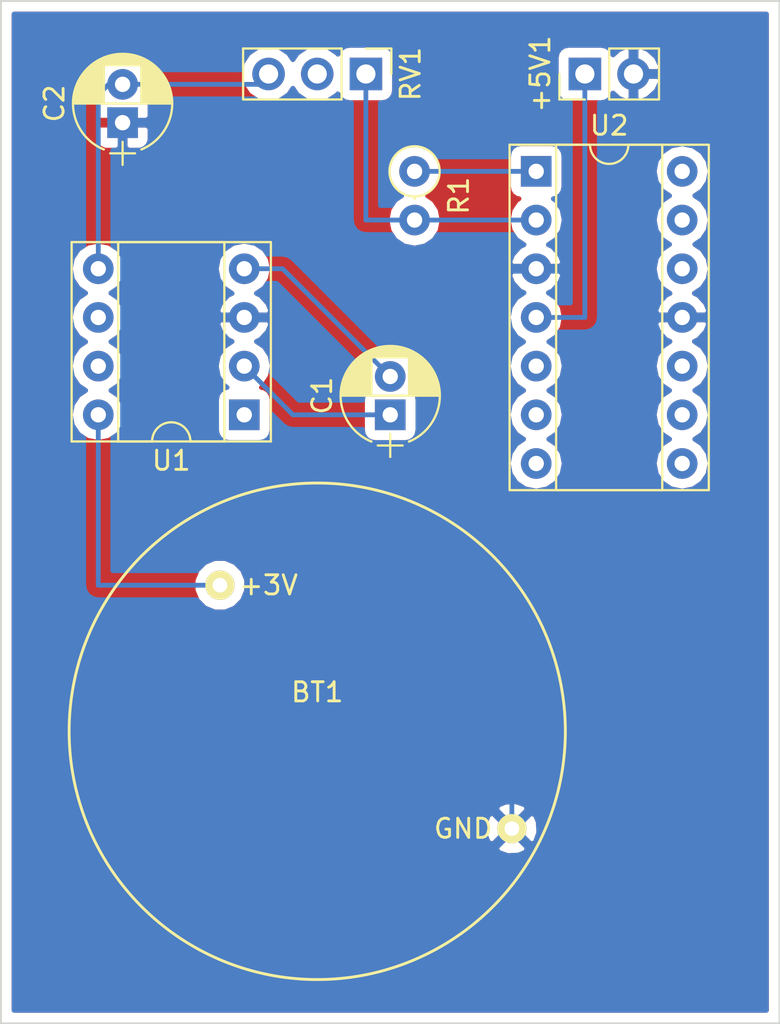
<source format=kicad_pcb>
(kicad_pcb (version 4) (host pcbnew 4.0.1-stable)

  (general
    (links 14)
    (no_connects 0)
    (area 137.109999 77.419999 177.850001 130.860001)
    (thickness 1.6)
    (drawings 4)
    (tracks 30)
    (zones 0)
    (modules 8)
    (nets 13)
  )

  (page A4)
  (layers
    (0 F.Cu signal)
    (31 B.Cu signal)
    (32 B.Adhes user)
    (33 F.Adhes user)
    (34 B.Paste user)
    (35 F.Paste user)
    (36 B.SilkS user)
    (37 F.SilkS user)
    (38 B.Mask user)
    (39 F.Mask user)
    (40 Dwgs.User user)
    (41 Cmts.User user)
    (42 Eco1.User user)
    (43 Eco2.User user)
    (44 Edge.Cuts user)
    (45 Margin user)
    (46 B.CrtYd user)
    (47 F.CrtYd user)
    (48 B.Fab user)
    (49 F.Fab user)
  )

  (setup
    (last_trace_width 0.25)
    (trace_clearance 0.25)
    (zone_clearance 0.508)
    (zone_45_only no)
    (trace_min 0.2)
    (segment_width 0.2)
    (edge_width 0.1)
    (via_size 0.8)
    (via_drill 0.4)
    (via_min_size 0.4)
    (via_min_drill 0.3)
    (uvia_size 0.3)
    (uvia_drill 0.1)
    (uvias_allowed no)
    (uvia_min_size 0.2)
    (uvia_min_drill 0.1)
    (pcb_text_width 0.3)
    (pcb_text_size 1.5 1.5)
    (mod_edge_width 0.15)
    (mod_text_size 1 1)
    (mod_text_width 0.15)
    (pad_size 1.5 1.5)
    (pad_drill 0.6)
    (pad_to_mask_clearance 0)
    (aux_axis_origin 137.16 130.81)
    (visible_elements 7FFFFFFF)
    (pcbplotparams
      (layerselection 0x010f0_80000001)
      (usegerberextensions true)
      (excludeedgelayer true)
      (linewidth 0.100000)
      (plotframeref false)
      (viasonmask false)
      (mode 1)
      (useauxorigin true)
      (hpglpennumber 1)
      (hpglpenspeed 20)
      (hpglpendiameter 15)
      (hpglpenoverlay 2)
      (psnegative false)
      (psa4output false)
      (plotreference true)
      (plotvalue true)
      (plotinvisibletext false)
      (padsonsilk false)
      (subtractmaskfromsilk false)
      (outputformat 1)
      (mirror false)
      (drillshape 0)
      (scaleselection 1)
      (outputdirectory ""))
  )

  (net 0 "")
  (net 1 +5V)
  (net 2 GND)
  (net 3 "Net-(BT1-Pad1)")
  (net 4 "Net-(C1-Pad1)")
  (net 5 "Net-(C1-Pad2)")
  (net 6 "Net-(C2-Pad2)")
  (net 7 "Net-(R1-Pad1)")
  (net 8 "Net-(R1-Pad2)")
  (net 9 "Net-(RV1-Pad2)")
  (net 10 "Net-(U1-Pad1)")
  (net 11 "Net-(U1-Pad6)")
  (net 12 "Net-(U1-Pad7)")

  (net_class Default "これは標準のネット クラスです。"
    (clearance 0.25)
    (trace_width 0.25)
    (via_dia 0.8)
    (via_drill 0.4)
    (uvia_dia 0.3)
    (uvia_drill 0.1)
    (add_net +5V)
    (add_net GND)
    (add_net "Net-(BT1-Pad1)")
    (add_net "Net-(C1-Pad1)")
    (add_net "Net-(C1-Pad2)")
    (add_net "Net-(C2-Pad2)")
    (add_net "Net-(R1-Pad1)")
    (add_net "Net-(R1-Pad2)")
    (add_net "Net-(RV1-Pad2)")
    (add_net "Net-(U1-Pad1)")
    (add_net "Net-(U1-Pad6)")
    (add_net "Net-(U1-Pad7)")
  )

  (module Pin_Headers:Pin_Header_Straight_1x02_Pitch2.54mm (layer F.Cu) (tedit 58CD4EC1) (tstamp 5925243A)
    (at 167.64 81.28 90)
    (descr "Through hole straight pin header, 1x02, 2.54mm pitch, single row")
    (tags "Through hole pin header THT 1x02 2.54mm single row")
    (path /592528E5)
    (fp_text reference +5V1 (at 0 -2.33 90) (layer F.SilkS)
      (effects (font (size 1 1) (thickness 0.15)))
    )
    (fp_text value Power (at 0 4.87 90) (layer F.Fab)
      (effects (font (size 1 1) (thickness 0.15)))
    )
    (fp_line (start -1.27 -1.27) (end -1.27 3.81) (layer F.Fab) (width 0.1))
    (fp_line (start -1.27 3.81) (end 1.27 3.81) (layer F.Fab) (width 0.1))
    (fp_line (start 1.27 3.81) (end 1.27 -1.27) (layer F.Fab) (width 0.1))
    (fp_line (start 1.27 -1.27) (end -1.27 -1.27) (layer F.Fab) (width 0.1))
    (fp_line (start -1.33 1.27) (end -1.33 3.87) (layer F.SilkS) (width 0.12))
    (fp_line (start -1.33 3.87) (end 1.33 3.87) (layer F.SilkS) (width 0.12))
    (fp_line (start 1.33 3.87) (end 1.33 1.27) (layer F.SilkS) (width 0.12))
    (fp_line (start 1.33 1.27) (end -1.33 1.27) (layer F.SilkS) (width 0.12))
    (fp_line (start -1.33 0) (end -1.33 -1.33) (layer F.SilkS) (width 0.12))
    (fp_line (start -1.33 -1.33) (end 0 -1.33) (layer F.SilkS) (width 0.12))
    (fp_line (start -1.8 -1.8) (end -1.8 4.35) (layer F.CrtYd) (width 0.05))
    (fp_line (start -1.8 4.35) (end 1.8 4.35) (layer F.CrtYd) (width 0.05))
    (fp_line (start 1.8 4.35) (end 1.8 -1.8) (layer F.CrtYd) (width 0.05))
    (fp_line (start 1.8 -1.8) (end -1.8 -1.8) (layer F.CrtYd) (width 0.05))
    (fp_text user %R (at 0 -2.33 90) (layer F.Fab)
      (effects (font (size 1 1) (thickness 0.15)))
    )
    (pad 1 thru_hole rect (at 0 0 90) (size 1.7 1.7) (drill 1) (layers *.Cu *.Mask)
      (net 1 +5V))
    (pad 2 thru_hole oval (at 0 2.54 90) (size 1.7 1.7) (drill 1) (layers *.Cu *.Mask)
      (net 2 GND))
    (model ${KISYS3DMOD}/Pin_Headers.3dshapes/Pin_Header_Straight_1x02_Pitch2.54mm.wrl
      (at (xyz 0 -0.05 0))
      (scale (xyz 1 1 1))
      (rotate (xyz 0 0 90))
    )
  )

  (module kicad:CR2032_flat (layer F.Cu) (tedit 59250067) (tstamp 59252443)
    (at 153.67 113.03)
    (path /5924C9ED)
    (fp_text reference BT1 (at 0 0.5) (layer F.SilkS)
      (effects (font (size 1 1) (thickness 0.15)))
    )
    (fp_text value 3V (at 0 -0.5) (layer F.Fab)
      (effects (font (size 1 1) (thickness 0.15)))
    )
    (fp_text user GND (at 7.62 7.62) (layer F.SilkS)
      (effects (font (size 1 1) (thickness 0.15)))
    )
    (fp_text user +3V (at -2.54 -5.08) (layer F.SilkS)
      (effects (font (size 1 1) (thickness 0.15)))
    )
    (fp_circle (center 0 2.54) (end 12.7 5.08) (layer F.SilkS) (width 0.15))
    (pad 1 thru_hole circle (at -5.08 -5.08) (size 1.524 1.524) (drill 0.762) (layers *.Cu *.Mask F.SilkS)
      (net 3 "Net-(BT1-Pad1)"))
    (pad 2 thru_hole circle (at 10.16 7.62) (size 1.524 1.524) (drill 0.762) (layers *.Cu *.Mask F.SilkS)
      (net 2 GND))
  )

  (module Capacitors_ThroughHole:CP_Radial_D5.0mm_P2.00mm (layer F.Cu) (tedit 5920C257) (tstamp 59252449)
    (at 157.48 99.06 90)
    (descr "CP, Radial series, Radial, pin pitch=2.00mm, , diameter=5mm, Electrolytic Capacitor")
    (tags "CP Radial series Radial pin pitch 2.00mm  diameter 5mm Electrolytic Capacitor")
    (path /57451581)
    (fp_text reference C1 (at 1 -3.56 90) (layer F.SilkS)
      (effects (font (size 1 1) (thickness 0.15)))
    )
    (fp_text value 10uF (at 1 3.56 90) (layer F.Fab)
      (effects (font (size 1 1) (thickness 0.15)))
    )
    (fp_text user %R (at 0.65 0 90) (layer F.Fab)
      (effects (font (size 1 1) (thickness 0.15)))
    )
    (fp_line (start -2.2 0) (end -1 0) (layer F.Fab) (width 0.1))
    (fp_line (start -1.6 -0.65) (end -1.6 0.65) (layer F.Fab) (width 0.1))
    (fp_line (start 1 -2.55) (end 1 2.55) (layer F.SilkS) (width 0.12))
    (fp_line (start 1.04 -2.55) (end 1.04 -0.98) (layer F.SilkS) (width 0.12))
    (fp_line (start 1.04 0.98) (end 1.04 2.55) (layer F.SilkS) (width 0.12))
    (fp_line (start 1.08 -2.549) (end 1.08 -0.98) (layer F.SilkS) (width 0.12))
    (fp_line (start 1.08 0.98) (end 1.08 2.549) (layer F.SilkS) (width 0.12))
    (fp_line (start 1.12 -2.548) (end 1.12 -0.98) (layer F.SilkS) (width 0.12))
    (fp_line (start 1.12 0.98) (end 1.12 2.548) (layer F.SilkS) (width 0.12))
    (fp_line (start 1.16 -2.546) (end 1.16 -0.98) (layer F.SilkS) (width 0.12))
    (fp_line (start 1.16 0.98) (end 1.16 2.546) (layer F.SilkS) (width 0.12))
    (fp_line (start 1.2 -2.543) (end 1.2 -0.98) (layer F.SilkS) (width 0.12))
    (fp_line (start 1.2 0.98) (end 1.2 2.543) (layer F.SilkS) (width 0.12))
    (fp_line (start 1.24 -2.539) (end 1.24 -0.98) (layer F.SilkS) (width 0.12))
    (fp_line (start 1.24 0.98) (end 1.24 2.539) (layer F.SilkS) (width 0.12))
    (fp_line (start 1.28 -2.535) (end 1.28 -0.98) (layer F.SilkS) (width 0.12))
    (fp_line (start 1.28 0.98) (end 1.28 2.535) (layer F.SilkS) (width 0.12))
    (fp_line (start 1.32 -2.531) (end 1.32 -0.98) (layer F.SilkS) (width 0.12))
    (fp_line (start 1.32 0.98) (end 1.32 2.531) (layer F.SilkS) (width 0.12))
    (fp_line (start 1.36 -2.525) (end 1.36 -0.98) (layer F.SilkS) (width 0.12))
    (fp_line (start 1.36 0.98) (end 1.36 2.525) (layer F.SilkS) (width 0.12))
    (fp_line (start 1.4 -2.519) (end 1.4 -0.98) (layer F.SilkS) (width 0.12))
    (fp_line (start 1.4 0.98) (end 1.4 2.519) (layer F.SilkS) (width 0.12))
    (fp_line (start 1.44 -2.513) (end 1.44 -0.98) (layer F.SilkS) (width 0.12))
    (fp_line (start 1.44 0.98) (end 1.44 2.513) (layer F.SilkS) (width 0.12))
    (fp_line (start 1.48 -2.506) (end 1.48 -0.98) (layer F.SilkS) (width 0.12))
    (fp_line (start 1.48 0.98) (end 1.48 2.506) (layer F.SilkS) (width 0.12))
    (fp_line (start 1.52 -2.498) (end 1.52 -0.98) (layer F.SilkS) (width 0.12))
    (fp_line (start 1.52 0.98) (end 1.52 2.498) (layer F.SilkS) (width 0.12))
    (fp_line (start 1.56 -2.489) (end 1.56 -0.98) (layer F.SilkS) (width 0.12))
    (fp_line (start 1.56 0.98) (end 1.56 2.489) (layer F.SilkS) (width 0.12))
    (fp_line (start 1.6 -2.48) (end 1.6 -0.98) (layer F.SilkS) (width 0.12))
    (fp_line (start 1.6 0.98) (end 1.6 2.48) (layer F.SilkS) (width 0.12))
    (fp_line (start 1.64 -2.47) (end 1.64 -0.98) (layer F.SilkS) (width 0.12))
    (fp_line (start 1.64 0.98) (end 1.64 2.47) (layer F.SilkS) (width 0.12))
    (fp_line (start 1.68 -2.46) (end 1.68 -0.98) (layer F.SilkS) (width 0.12))
    (fp_line (start 1.68 0.98) (end 1.68 2.46) (layer F.SilkS) (width 0.12))
    (fp_line (start 1.721 -2.448) (end 1.721 -0.98) (layer F.SilkS) (width 0.12))
    (fp_line (start 1.721 0.98) (end 1.721 2.448) (layer F.SilkS) (width 0.12))
    (fp_line (start 1.761 -2.436) (end 1.761 -0.98) (layer F.SilkS) (width 0.12))
    (fp_line (start 1.761 0.98) (end 1.761 2.436) (layer F.SilkS) (width 0.12))
    (fp_line (start 1.801 -2.424) (end 1.801 -0.98) (layer F.SilkS) (width 0.12))
    (fp_line (start 1.801 0.98) (end 1.801 2.424) (layer F.SilkS) (width 0.12))
    (fp_line (start 1.841 -2.41) (end 1.841 -0.98) (layer F.SilkS) (width 0.12))
    (fp_line (start 1.841 0.98) (end 1.841 2.41) (layer F.SilkS) (width 0.12))
    (fp_line (start 1.881 -2.396) (end 1.881 -0.98) (layer F.SilkS) (width 0.12))
    (fp_line (start 1.881 0.98) (end 1.881 2.396) (layer F.SilkS) (width 0.12))
    (fp_line (start 1.921 -2.382) (end 1.921 -0.98) (layer F.SilkS) (width 0.12))
    (fp_line (start 1.921 0.98) (end 1.921 2.382) (layer F.SilkS) (width 0.12))
    (fp_line (start 1.961 -2.366) (end 1.961 -0.98) (layer F.SilkS) (width 0.12))
    (fp_line (start 1.961 0.98) (end 1.961 2.366) (layer F.SilkS) (width 0.12))
    (fp_line (start 2.001 -2.35) (end 2.001 -0.98) (layer F.SilkS) (width 0.12))
    (fp_line (start 2.001 0.98) (end 2.001 2.35) (layer F.SilkS) (width 0.12))
    (fp_line (start 2.041 -2.333) (end 2.041 -0.98) (layer F.SilkS) (width 0.12))
    (fp_line (start 2.041 0.98) (end 2.041 2.333) (layer F.SilkS) (width 0.12))
    (fp_line (start 2.081 -2.315) (end 2.081 -0.98) (layer F.SilkS) (width 0.12))
    (fp_line (start 2.081 0.98) (end 2.081 2.315) (layer F.SilkS) (width 0.12))
    (fp_line (start 2.121 -2.296) (end 2.121 -0.98) (layer F.SilkS) (width 0.12))
    (fp_line (start 2.121 0.98) (end 2.121 2.296) (layer F.SilkS) (width 0.12))
    (fp_line (start 2.161 -2.276) (end 2.161 -0.98) (layer F.SilkS) (width 0.12))
    (fp_line (start 2.161 0.98) (end 2.161 2.276) (layer F.SilkS) (width 0.12))
    (fp_line (start 2.201 -2.256) (end 2.201 -0.98) (layer F.SilkS) (width 0.12))
    (fp_line (start 2.201 0.98) (end 2.201 2.256) (layer F.SilkS) (width 0.12))
    (fp_line (start 2.241 -2.234) (end 2.241 -0.98) (layer F.SilkS) (width 0.12))
    (fp_line (start 2.241 0.98) (end 2.241 2.234) (layer F.SilkS) (width 0.12))
    (fp_line (start 2.281 -2.212) (end 2.281 -0.98) (layer F.SilkS) (width 0.12))
    (fp_line (start 2.281 0.98) (end 2.281 2.212) (layer F.SilkS) (width 0.12))
    (fp_line (start 2.321 -2.189) (end 2.321 -0.98) (layer F.SilkS) (width 0.12))
    (fp_line (start 2.321 0.98) (end 2.321 2.189) (layer F.SilkS) (width 0.12))
    (fp_line (start 2.361 -2.165) (end 2.361 -0.98) (layer F.SilkS) (width 0.12))
    (fp_line (start 2.361 0.98) (end 2.361 2.165) (layer F.SilkS) (width 0.12))
    (fp_line (start 2.401 -2.14) (end 2.401 -0.98) (layer F.SilkS) (width 0.12))
    (fp_line (start 2.401 0.98) (end 2.401 2.14) (layer F.SilkS) (width 0.12))
    (fp_line (start 2.441 -2.113) (end 2.441 -0.98) (layer F.SilkS) (width 0.12))
    (fp_line (start 2.441 0.98) (end 2.441 2.113) (layer F.SilkS) (width 0.12))
    (fp_line (start 2.481 -2.086) (end 2.481 -0.98) (layer F.SilkS) (width 0.12))
    (fp_line (start 2.481 0.98) (end 2.481 2.086) (layer F.SilkS) (width 0.12))
    (fp_line (start 2.521 -2.058) (end 2.521 -0.98) (layer F.SilkS) (width 0.12))
    (fp_line (start 2.521 0.98) (end 2.521 2.058) (layer F.SilkS) (width 0.12))
    (fp_line (start 2.561 -2.028) (end 2.561 -0.98) (layer F.SilkS) (width 0.12))
    (fp_line (start 2.561 0.98) (end 2.561 2.028) (layer F.SilkS) (width 0.12))
    (fp_line (start 2.601 -1.997) (end 2.601 -0.98) (layer F.SilkS) (width 0.12))
    (fp_line (start 2.601 0.98) (end 2.601 1.997) (layer F.SilkS) (width 0.12))
    (fp_line (start 2.641 -1.965) (end 2.641 -0.98) (layer F.SilkS) (width 0.12))
    (fp_line (start 2.641 0.98) (end 2.641 1.965) (layer F.SilkS) (width 0.12))
    (fp_line (start 2.681 -1.932) (end 2.681 -0.98) (layer F.SilkS) (width 0.12))
    (fp_line (start 2.681 0.98) (end 2.681 1.932) (layer F.SilkS) (width 0.12))
    (fp_line (start 2.721 -1.897) (end 2.721 -0.98) (layer F.SilkS) (width 0.12))
    (fp_line (start 2.721 0.98) (end 2.721 1.897) (layer F.SilkS) (width 0.12))
    (fp_line (start 2.761 -1.861) (end 2.761 -0.98) (layer F.SilkS) (width 0.12))
    (fp_line (start 2.761 0.98) (end 2.761 1.861) (layer F.SilkS) (width 0.12))
    (fp_line (start 2.801 -1.823) (end 2.801 -0.98) (layer F.SilkS) (width 0.12))
    (fp_line (start 2.801 0.98) (end 2.801 1.823) (layer F.SilkS) (width 0.12))
    (fp_line (start 2.841 -1.783) (end 2.841 -0.98) (layer F.SilkS) (width 0.12))
    (fp_line (start 2.841 0.98) (end 2.841 1.783) (layer F.SilkS) (width 0.12))
    (fp_line (start 2.881 -1.742) (end 2.881 -0.98) (layer F.SilkS) (width 0.12))
    (fp_line (start 2.881 0.98) (end 2.881 1.742) (layer F.SilkS) (width 0.12))
    (fp_line (start 2.921 -1.699) (end 2.921 -0.98) (layer F.SilkS) (width 0.12))
    (fp_line (start 2.921 0.98) (end 2.921 1.699) (layer F.SilkS) (width 0.12))
    (fp_line (start 2.961 -1.654) (end 2.961 -0.98) (layer F.SilkS) (width 0.12))
    (fp_line (start 2.961 0.98) (end 2.961 1.654) (layer F.SilkS) (width 0.12))
    (fp_line (start 3.001 -1.606) (end 3.001 1.606) (layer F.SilkS) (width 0.12))
    (fp_line (start 3.041 -1.556) (end 3.041 1.556) (layer F.SilkS) (width 0.12))
    (fp_line (start 3.081 -1.504) (end 3.081 1.504) (layer F.SilkS) (width 0.12))
    (fp_line (start 3.121 -1.448) (end 3.121 1.448) (layer F.SilkS) (width 0.12))
    (fp_line (start 3.161 -1.39) (end 3.161 1.39) (layer F.SilkS) (width 0.12))
    (fp_line (start 3.201 -1.327) (end 3.201 1.327) (layer F.SilkS) (width 0.12))
    (fp_line (start 3.241 -1.261) (end 3.241 1.261) (layer F.SilkS) (width 0.12))
    (fp_line (start 3.281 -1.189) (end 3.281 1.189) (layer F.SilkS) (width 0.12))
    (fp_line (start 3.321 -1.112) (end 3.321 1.112) (layer F.SilkS) (width 0.12))
    (fp_line (start 3.361 -1.028) (end 3.361 1.028) (layer F.SilkS) (width 0.12))
    (fp_line (start 3.401 -0.934) (end 3.401 0.934) (layer F.SilkS) (width 0.12))
    (fp_line (start 3.441 -0.829) (end 3.441 0.829) (layer F.SilkS) (width 0.12))
    (fp_line (start 3.481 -0.707) (end 3.481 0.707) (layer F.SilkS) (width 0.12))
    (fp_line (start 3.521 -0.559) (end 3.521 0.559) (layer F.SilkS) (width 0.12))
    (fp_line (start 3.561 -0.354) (end 3.561 0.354) (layer F.SilkS) (width 0.12))
    (fp_line (start -2.2 0) (end -1 0) (layer F.SilkS) (width 0.12))
    (fp_line (start -1.6 -0.65) (end -1.6 0.65) (layer F.SilkS) (width 0.12))
    (fp_line (start -1.85 -2.85) (end -1.85 2.85) (layer F.CrtYd) (width 0.05))
    (fp_line (start -1.85 2.85) (end 3.85 2.85) (layer F.CrtYd) (width 0.05))
    (fp_line (start 3.85 2.85) (end 3.85 -2.85) (layer F.CrtYd) (width 0.05))
    (fp_line (start 3.85 -2.85) (end -1.85 -2.85) (layer F.CrtYd) (width 0.05))
    (fp_circle (center 1 0) (end 3.5 0) (layer F.Fab) (width 0.1))
    (fp_arc (start 1 0) (end -1.397436 -0.98) (angle 135.5) (layer F.SilkS) (width 0.12))
    (fp_arc (start 1 0) (end -1.397436 0.98) (angle -135.5) (layer F.SilkS) (width 0.12))
    (fp_arc (start 1 0) (end 3.397436 -0.98) (angle 44.5) (layer F.SilkS) (width 0.12))
    (pad 1 thru_hole rect (at 0 0 90) (size 1.6 1.6) (drill 0.8) (layers *.Cu *.Mask)
      (net 4 "Net-(C1-Pad1)"))
    (pad 2 thru_hole circle (at 2 0 90) (size 1.6 1.6) (drill 0.8) (layers *.Cu *.Mask)
      (net 5 "Net-(C1-Pad2)"))
    (model ${KISYS3DMOD}/Capacitors_THT.3dshapes/CP_Radial_D5.0mm_P2.00mm.wrl
      (at (xyz 0 0 0))
      (scale (xyz 0.393701 0.393701 0.393701))
      (rotate (xyz 0 0 0))
    )
  )

  (module Capacitors_ThroughHole:CP_Radial_D5.0mm_P2.00mm (layer F.Cu) (tedit 5920C257) (tstamp 5925244F)
    (at 143.51 83.82 90)
    (descr "CP, Radial series, Radial, pin pitch=2.00mm, , diameter=5mm, Electrolytic Capacitor")
    (tags "CP Radial series Radial pin pitch 2.00mm  diameter 5mm Electrolytic Capacitor")
    (path /57451857)
    (fp_text reference C2 (at 1 -3.56 90) (layer F.SilkS)
      (effects (font (size 1 1) (thickness 0.15)))
    )
    (fp_text value 10uF (at 1 3.56 90) (layer F.Fab)
      (effects (font (size 1 1) (thickness 0.15)))
    )
    (fp_text user %R (at 0.65 0 90) (layer F.Fab)
      (effects (font (size 1 1) (thickness 0.15)))
    )
    (fp_line (start -2.2 0) (end -1 0) (layer F.Fab) (width 0.1))
    (fp_line (start -1.6 -0.65) (end -1.6 0.65) (layer F.Fab) (width 0.1))
    (fp_line (start 1 -2.55) (end 1 2.55) (layer F.SilkS) (width 0.12))
    (fp_line (start 1.04 -2.55) (end 1.04 -0.98) (layer F.SilkS) (width 0.12))
    (fp_line (start 1.04 0.98) (end 1.04 2.55) (layer F.SilkS) (width 0.12))
    (fp_line (start 1.08 -2.549) (end 1.08 -0.98) (layer F.SilkS) (width 0.12))
    (fp_line (start 1.08 0.98) (end 1.08 2.549) (layer F.SilkS) (width 0.12))
    (fp_line (start 1.12 -2.548) (end 1.12 -0.98) (layer F.SilkS) (width 0.12))
    (fp_line (start 1.12 0.98) (end 1.12 2.548) (layer F.SilkS) (width 0.12))
    (fp_line (start 1.16 -2.546) (end 1.16 -0.98) (layer F.SilkS) (width 0.12))
    (fp_line (start 1.16 0.98) (end 1.16 2.546) (layer F.SilkS) (width 0.12))
    (fp_line (start 1.2 -2.543) (end 1.2 -0.98) (layer F.SilkS) (width 0.12))
    (fp_line (start 1.2 0.98) (end 1.2 2.543) (layer F.SilkS) (width 0.12))
    (fp_line (start 1.24 -2.539) (end 1.24 -0.98) (layer F.SilkS) (width 0.12))
    (fp_line (start 1.24 0.98) (end 1.24 2.539) (layer F.SilkS) (width 0.12))
    (fp_line (start 1.28 -2.535) (end 1.28 -0.98) (layer F.SilkS) (width 0.12))
    (fp_line (start 1.28 0.98) (end 1.28 2.535) (layer F.SilkS) (width 0.12))
    (fp_line (start 1.32 -2.531) (end 1.32 -0.98) (layer F.SilkS) (width 0.12))
    (fp_line (start 1.32 0.98) (end 1.32 2.531) (layer F.SilkS) (width 0.12))
    (fp_line (start 1.36 -2.525) (end 1.36 -0.98) (layer F.SilkS) (width 0.12))
    (fp_line (start 1.36 0.98) (end 1.36 2.525) (layer F.SilkS) (width 0.12))
    (fp_line (start 1.4 -2.519) (end 1.4 -0.98) (layer F.SilkS) (width 0.12))
    (fp_line (start 1.4 0.98) (end 1.4 2.519) (layer F.SilkS) (width 0.12))
    (fp_line (start 1.44 -2.513) (end 1.44 -0.98) (layer F.SilkS) (width 0.12))
    (fp_line (start 1.44 0.98) (end 1.44 2.513) (layer F.SilkS) (width 0.12))
    (fp_line (start 1.48 -2.506) (end 1.48 -0.98) (layer F.SilkS) (width 0.12))
    (fp_line (start 1.48 0.98) (end 1.48 2.506) (layer F.SilkS) (width 0.12))
    (fp_line (start 1.52 -2.498) (end 1.52 -0.98) (layer F.SilkS) (width 0.12))
    (fp_line (start 1.52 0.98) (end 1.52 2.498) (layer F.SilkS) (width 0.12))
    (fp_line (start 1.56 -2.489) (end 1.56 -0.98) (layer F.SilkS) (width 0.12))
    (fp_line (start 1.56 0.98) (end 1.56 2.489) (layer F.SilkS) (width 0.12))
    (fp_line (start 1.6 -2.48) (end 1.6 -0.98) (layer F.SilkS) (width 0.12))
    (fp_line (start 1.6 0.98) (end 1.6 2.48) (layer F.SilkS) (width 0.12))
    (fp_line (start 1.64 -2.47) (end 1.64 -0.98) (layer F.SilkS) (width 0.12))
    (fp_line (start 1.64 0.98) (end 1.64 2.47) (layer F.SilkS) (width 0.12))
    (fp_line (start 1.68 -2.46) (end 1.68 -0.98) (layer F.SilkS) (width 0.12))
    (fp_line (start 1.68 0.98) (end 1.68 2.46) (layer F.SilkS) (width 0.12))
    (fp_line (start 1.721 -2.448) (end 1.721 -0.98) (layer F.SilkS) (width 0.12))
    (fp_line (start 1.721 0.98) (end 1.721 2.448) (layer F.SilkS) (width 0.12))
    (fp_line (start 1.761 -2.436) (end 1.761 -0.98) (layer F.SilkS) (width 0.12))
    (fp_line (start 1.761 0.98) (end 1.761 2.436) (layer F.SilkS) (width 0.12))
    (fp_line (start 1.801 -2.424) (end 1.801 -0.98) (layer F.SilkS) (width 0.12))
    (fp_line (start 1.801 0.98) (end 1.801 2.424) (layer F.SilkS) (width 0.12))
    (fp_line (start 1.841 -2.41) (end 1.841 -0.98) (layer F.SilkS) (width 0.12))
    (fp_line (start 1.841 0.98) (end 1.841 2.41) (layer F.SilkS) (width 0.12))
    (fp_line (start 1.881 -2.396) (end 1.881 -0.98) (layer F.SilkS) (width 0.12))
    (fp_line (start 1.881 0.98) (end 1.881 2.396) (layer F.SilkS) (width 0.12))
    (fp_line (start 1.921 -2.382) (end 1.921 -0.98) (layer F.SilkS) (width 0.12))
    (fp_line (start 1.921 0.98) (end 1.921 2.382) (layer F.SilkS) (width 0.12))
    (fp_line (start 1.961 -2.366) (end 1.961 -0.98) (layer F.SilkS) (width 0.12))
    (fp_line (start 1.961 0.98) (end 1.961 2.366) (layer F.SilkS) (width 0.12))
    (fp_line (start 2.001 -2.35) (end 2.001 -0.98) (layer F.SilkS) (width 0.12))
    (fp_line (start 2.001 0.98) (end 2.001 2.35) (layer F.SilkS) (width 0.12))
    (fp_line (start 2.041 -2.333) (end 2.041 -0.98) (layer F.SilkS) (width 0.12))
    (fp_line (start 2.041 0.98) (end 2.041 2.333) (layer F.SilkS) (width 0.12))
    (fp_line (start 2.081 -2.315) (end 2.081 -0.98) (layer F.SilkS) (width 0.12))
    (fp_line (start 2.081 0.98) (end 2.081 2.315) (layer F.SilkS) (width 0.12))
    (fp_line (start 2.121 -2.296) (end 2.121 -0.98) (layer F.SilkS) (width 0.12))
    (fp_line (start 2.121 0.98) (end 2.121 2.296) (layer F.SilkS) (width 0.12))
    (fp_line (start 2.161 -2.276) (end 2.161 -0.98) (layer F.SilkS) (width 0.12))
    (fp_line (start 2.161 0.98) (end 2.161 2.276) (layer F.SilkS) (width 0.12))
    (fp_line (start 2.201 -2.256) (end 2.201 -0.98) (layer F.SilkS) (width 0.12))
    (fp_line (start 2.201 0.98) (end 2.201 2.256) (layer F.SilkS) (width 0.12))
    (fp_line (start 2.241 -2.234) (end 2.241 -0.98) (layer F.SilkS) (width 0.12))
    (fp_line (start 2.241 0.98) (end 2.241 2.234) (layer F.SilkS) (width 0.12))
    (fp_line (start 2.281 -2.212) (end 2.281 -0.98) (layer F.SilkS) (width 0.12))
    (fp_line (start 2.281 0.98) (end 2.281 2.212) (layer F.SilkS) (width 0.12))
    (fp_line (start 2.321 -2.189) (end 2.321 -0.98) (layer F.SilkS) (width 0.12))
    (fp_line (start 2.321 0.98) (end 2.321 2.189) (layer F.SilkS) (width 0.12))
    (fp_line (start 2.361 -2.165) (end 2.361 -0.98) (layer F.SilkS) (width 0.12))
    (fp_line (start 2.361 0.98) (end 2.361 2.165) (layer F.SilkS) (width 0.12))
    (fp_line (start 2.401 -2.14) (end 2.401 -0.98) (layer F.SilkS) (width 0.12))
    (fp_line (start 2.401 0.98) (end 2.401 2.14) (layer F.SilkS) (width 0.12))
    (fp_line (start 2.441 -2.113) (end 2.441 -0.98) (layer F.SilkS) (width 0.12))
    (fp_line (start 2.441 0.98) (end 2.441 2.113) (layer F.SilkS) (width 0.12))
    (fp_line (start 2.481 -2.086) (end 2.481 -0.98) (layer F.SilkS) (width 0.12))
    (fp_line (start 2.481 0.98) (end 2.481 2.086) (layer F.SilkS) (width 0.12))
    (fp_line (start 2.521 -2.058) (end 2.521 -0.98) (layer F.SilkS) (width 0.12))
    (fp_line (start 2.521 0.98) (end 2.521 2.058) (layer F.SilkS) (width 0.12))
    (fp_line (start 2.561 -2.028) (end 2.561 -0.98) (layer F.SilkS) (width 0.12))
    (fp_line (start 2.561 0.98) (end 2.561 2.028) (layer F.SilkS) (width 0.12))
    (fp_line (start 2.601 -1.997) (end 2.601 -0.98) (layer F.SilkS) (width 0.12))
    (fp_line (start 2.601 0.98) (end 2.601 1.997) (layer F.SilkS) (width 0.12))
    (fp_line (start 2.641 -1.965) (end 2.641 -0.98) (layer F.SilkS) (width 0.12))
    (fp_line (start 2.641 0.98) (end 2.641 1.965) (layer F.SilkS) (width 0.12))
    (fp_line (start 2.681 -1.932) (end 2.681 -0.98) (layer F.SilkS) (width 0.12))
    (fp_line (start 2.681 0.98) (end 2.681 1.932) (layer F.SilkS) (width 0.12))
    (fp_line (start 2.721 -1.897) (end 2.721 -0.98) (layer F.SilkS) (width 0.12))
    (fp_line (start 2.721 0.98) (end 2.721 1.897) (layer F.SilkS) (width 0.12))
    (fp_line (start 2.761 -1.861) (end 2.761 -0.98) (layer F.SilkS) (width 0.12))
    (fp_line (start 2.761 0.98) (end 2.761 1.861) (layer F.SilkS) (width 0.12))
    (fp_line (start 2.801 -1.823) (end 2.801 -0.98) (layer F.SilkS) (width 0.12))
    (fp_line (start 2.801 0.98) (end 2.801 1.823) (layer F.SilkS) (width 0.12))
    (fp_line (start 2.841 -1.783) (end 2.841 -0.98) (layer F.SilkS) (width 0.12))
    (fp_line (start 2.841 0.98) (end 2.841 1.783) (layer F.SilkS) (width 0.12))
    (fp_line (start 2.881 -1.742) (end 2.881 -0.98) (layer F.SilkS) (width 0.12))
    (fp_line (start 2.881 0.98) (end 2.881 1.742) (layer F.SilkS) (width 0.12))
    (fp_line (start 2.921 -1.699) (end 2.921 -0.98) (layer F.SilkS) (width 0.12))
    (fp_line (start 2.921 0.98) (end 2.921 1.699) (layer F.SilkS) (width 0.12))
    (fp_line (start 2.961 -1.654) (end 2.961 -0.98) (layer F.SilkS) (width 0.12))
    (fp_line (start 2.961 0.98) (end 2.961 1.654) (layer F.SilkS) (width 0.12))
    (fp_line (start 3.001 -1.606) (end 3.001 1.606) (layer F.SilkS) (width 0.12))
    (fp_line (start 3.041 -1.556) (end 3.041 1.556) (layer F.SilkS) (width 0.12))
    (fp_line (start 3.081 -1.504) (end 3.081 1.504) (layer F.SilkS) (width 0.12))
    (fp_line (start 3.121 -1.448) (end 3.121 1.448) (layer F.SilkS) (width 0.12))
    (fp_line (start 3.161 -1.39) (end 3.161 1.39) (layer F.SilkS) (width 0.12))
    (fp_line (start 3.201 -1.327) (end 3.201 1.327) (layer F.SilkS) (width 0.12))
    (fp_line (start 3.241 -1.261) (end 3.241 1.261) (layer F.SilkS) (width 0.12))
    (fp_line (start 3.281 -1.189) (end 3.281 1.189) (layer F.SilkS) (width 0.12))
    (fp_line (start 3.321 -1.112) (end 3.321 1.112) (layer F.SilkS) (width 0.12))
    (fp_line (start 3.361 -1.028) (end 3.361 1.028) (layer F.SilkS) (width 0.12))
    (fp_line (start 3.401 -0.934) (end 3.401 0.934) (layer F.SilkS) (width 0.12))
    (fp_line (start 3.441 -0.829) (end 3.441 0.829) (layer F.SilkS) (width 0.12))
    (fp_line (start 3.481 -0.707) (end 3.481 0.707) (layer F.SilkS) (width 0.12))
    (fp_line (start 3.521 -0.559) (end 3.521 0.559) (layer F.SilkS) (width 0.12))
    (fp_line (start 3.561 -0.354) (end 3.561 0.354) (layer F.SilkS) (width 0.12))
    (fp_line (start -2.2 0) (end -1 0) (layer F.SilkS) (width 0.12))
    (fp_line (start -1.6 -0.65) (end -1.6 0.65) (layer F.SilkS) (width 0.12))
    (fp_line (start -1.85 -2.85) (end -1.85 2.85) (layer F.CrtYd) (width 0.05))
    (fp_line (start -1.85 2.85) (end 3.85 2.85) (layer F.CrtYd) (width 0.05))
    (fp_line (start 3.85 2.85) (end 3.85 -2.85) (layer F.CrtYd) (width 0.05))
    (fp_line (start 3.85 -2.85) (end -1.85 -2.85) (layer F.CrtYd) (width 0.05))
    (fp_circle (center 1 0) (end 3.5 0) (layer F.Fab) (width 0.1))
    (fp_arc (start 1 0) (end -1.397436 -0.98) (angle 135.5) (layer F.SilkS) (width 0.12))
    (fp_arc (start 1 0) (end -1.397436 0.98) (angle -135.5) (layer F.SilkS) (width 0.12))
    (fp_arc (start 1 0) (end 3.397436 -0.98) (angle 44.5) (layer F.SilkS) (width 0.12))
    (pad 1 thru_hole rect (at 0 0 90) (size 1.6 1.6) (drill 0.8) (layers *.Cu *.Mask)
      (net 2 GND))
    (pad 2 thru_hole circle (at 2 0 90) (size 1.6 1.6) (drill 0.8) (layers *.Cu *.Mask)
      (net 6 "Net-(C2-Pad2)"))
    (model ${KISYS3DMOD}/Capacitors_THT.3dshapes/CP_Radial_D5.0mm_P2.00mm.wrl
      (at (xyz 0 0 0))
      (scale (xyz 0.393701 0.393701 0.393701))
      (rotate (xyz 0 0 0))
    )
  )

  (module Resistors_ThroughHole:R_Axial_DIN0207_L6.3mm_D2.5mm_P2.54mm_Vertical (layer F.Cu) (tedit 5874F706) (tstamp 59252455)
    (at 158.75 86.36 270)
    (descr "Resistor, Axial_DIN0207 series, Axial, Vertical, pin pitch=2.54mm, 0.25W = 1/4W, length*diameter=6.3*2.5mm^2, http://cdn-reichelt.de/documents/datenblatt/B400/1_4W%23YAG.pdf")
    (tags "Resistor Axial_DIN0207 series Axial Vertical pin pitch 2.54mm 0.25W = 1/4W length 6.3mm diameter 2.5mm")
    (path /574519D2)
    (fp_text reference R1 (at 1.27 -2.31 270) (layer F.SilkS)
      (effects (font (size 1 1) (thickness 0.15)))
    )
    (fp_text value RVAR (at 1.27 2.31 270) (layer F.Fab)
      (effects (font (size 1 1) (thickness 0.15)))
    )
    (fp_circle (center 0 0) (end 1.25 0) (layer F.Fab) (width 0.1))
    (fp_circle (center 0 0) (end 1.31 0) (layer F.SilkS) (width 0.12))
    (fp_line (start 0 0) (end 2.54 0) (layer F.Fab) (width 0.1))
    (fp_line (start 1.31 0) (end 1.44 0) (layer F.SilkS) (width 0.12))
    (fp_line (start -1.6 -1.6) (end -1.6 1.6) (layer F.CrtYd) (width 0.05))
    (fp_line (start -1.6 1.6) (end 3.65 1.6) (layer F.CrtYd) (width 0.05))
    (fp_line (start 3.65 1.6) (end 3.65 -1.6) (layer F.CrtYd) (width 0.05))
    (fp_line (start 3.65 -1.6) (end -1.6 -1.6) (layer F.CrtYd) (width 0.05))
    (pad 1 thru_hole circle (at 0 0 270) (size 1.6 1.6) (drill 0.8) (layers *.Cu *.Mask)
      (net 7 "Net-(R1-Pad1)"))
    (pad 2 thru_hole oval (at 2.54 0 270) (size 1.6 1.6) (drill 0.8) (layers *.Cu *.Mask)
      (net 8 "Net-(R1-Pad2)"))
    (model Resistors_THT.3dshapes/R_Axial_DIN0207_L6.3mm_D2.5mm_P2.54mm_Vertical.wrl
      (at (xyz 0 0 0))
      (scale (xyz 0.393701 0.393701 0.393701))
      (rotate (xyz 0 0 0))
    )
  )

  (module Pin_Headers:Pin_Header_Straight_1x03_Pitch2.54mm (layer F.Cu) (tedit 58CD4EC1) (tstamp 5925245C)
    (at 156.21 81.28 270)
    (descr "Through hole straight pin header, 1x03, 2.54mm pitch, single row")
    (tags "Through hole pin header THT 1x03 2.54mm single row")
    (path /57450DCC)
    (fp_text reference RV1 (at 0 -2.33 270) (layer F.SilkS)
      (effects (font (size 1 1) (thickness 0.15)))
    )
    (fp_text value POT (at 0 7.41 270) (layer F.Fab)
      (effects (font (size 1 1) (thickness 0.15)))
    )
    (fp_line (start -1.27 -1.27) (end -1.27 6.35) (layer F.Fab) (width 0.1))
    (fp_line (start -1.27 6.35) (end 1.27 6.35) (layer F.Fab) (width 0.1))
    (fp_line (start 1.27 6.35) (end 1.27 -1.27) (layer F.Fab) (width 0.1))
    (fp_line (start 1.27 -1.27) (end -1.27 -1.27) (layer F.Fab) (width 0.1))
    (fp_line (start -1.33 1.27) (end -1.33 6.41) (layer F.SilkS) (width 0.12))
    (fp_line (start -1.33 6.41) (end 1.33 6.41) (layer F.SilkS) (width 0.12))
    (fp_line (start 1.33 6.41) (end 1.33 1.27) (layer F.SilkS) (width 0.12))
    (fp_line (start 1.33 1.27) (end -1.33 1.27) (layer F.SilkS) (width 0.12))
    (fp_line (start -1.33 0) (end -1.33 -1.33) (layer F.SilkS) (width 0.12))
    (fp_line (start -1.33 -1.33) (end 0 -1.33) (layer F.SilkS) (width 0.12))
    (fp_line (start -1.8 -1.8) (end -1.8 6.85) (layer F.CrtYd) (width 0.05))
    (fp_line (start -1.8 6.85) (end 1.8 6.85) (layer F.CrtYd) (width 0.05))
    (fp_line (start 1.8 6.85) (end 1.8 -1.8) (layer F.CrtYd) (width 0.05))
    (fp_line (start 1.8 -1.8) (end -1.8 -1.8) (layer F.CrtYd) (width 0.05))
    (fp_text user %R (at 0 -2.33 270) (layer F.Fab)
      (effects (font (size 1 1) (thickness 0.15)))
    )
    (pad 1 thru_hole rect (at 0 0 270) (size 1.7 1.7) (drill 1) (layers *.Cu *.Mask)
      (net 8 "Net-(R1-Pad2)"))
    (pad 2 thru_hole oval (at 0 2.54 270) (size 1.7 1.7) (drill 1) (layers *.Cu *.Mask)
      (net 9 "Net-(RV1-Pad2)"))
    (pad 3 thru_hole oval (at 0 5.08 270) (size 1.7 1.7) (drill 1) (layers *.Cu *.Mask)
      (net 6 "Net-(C2-Pad2)"))
    (model ${KISYS3DMOD}/Pin_Headers.3dshapes/Pin_Header_Straight_1x03_Pitch2.54mm.wrl
      (at (xyz 0 -0.1 0))
      (scale (xyz 1 1 1))
      (rotate (xyz 0 0 90))
    )
  )

  (module Housings_DIP:DIP-8_W7.62mm_Socket (layer F.Cu) (tedit 58CC8E33) (tstamp 59252468)
    (at 149.86 99.06 180)
    (descr "8-lead dip package, row spacing 7.62 mm (300 mils), Socket")
    (tags "DIL DIP PDIP 2.54mm 7.62mm 300mil Socket")
    (path /57451454)
    (fp_text reference U1 (at 3.81 -2.39 180) (layer F.SilkS)
      (effects (font (size 1 1) (thickness 0.15)))
    )
    (fp_text value ICL7660 (at 3.81 10.01 180) (layer F.Fab)
      (effects (font (size 1 1) (thickness 0.15)))
    )
    (fp_text user %R (at 3.81 3.81 180) (layer F.Fab)
      (effects (font (size 1 1) (thickness 0.15)))
    )
    (fp_line (start 1.635 -1.27) (end 6.985 -1.27) (layer F.Fab) (width 0.1))
    (fp_line (start 6.985 -1.27) (end 6.985 8.89) (layer F.Fab) (width 0.1))
    (fp_line (start 6.985 8.89) (end 0.635 8.89) (layer F.Fab) (width 0.1))
    (fp_line (start 0.635 8.89) (end 0.635 -0.27) (layer F.Fab) (width 0.1))
    (fp_line (start 0.635 -0.27) (end 1.635 -1.27) (layer F.Fab) (width 0.1))
    (fp_line (start -1.27 -1.27) (end -1.27 8.89) (layer F.Fab) (width 0.1))
    (fp_line (start -1.27 8.89) (end 8.89 8.89) (layer F.Fab) (width 0.1))
    (fp_line (start 8.89 8.89) (end 8.89 -1.27) (layer F.Fab) (width 0.1))
    (fp_line (start 8.89 -1.27) (end -1.27 -1.27) (layer F.Fab) (width 0.1))
    (fp_line (start 2.81 -1.39) (end 1.04 -1.39) (layer F.SilkS) (width 0.12))
    (fp_line (start 1.04 -1.39) (end 1.04 9.01) (layer F.SilkS) (width 0.12))
    (fp_line (start 1.04 9.01) (end 6.58 9.01) (layer F.SilkS) (width 0.12))
    (fp_line (start 6.58 9.01) (end 6.58 -1.39) (layer F.SilkS) (width 0.12))
    (fp_line (start 6.58 -1.39) (end 4.81 -1.39) (layer F.SilkS) (width 0.12))
    (fp_line (start -1.39 -1.39) (end -1.39 9.01) (layer F.SilkS) (width 0.12))
    (fp_line (start -1.39 9.01) (end 9.01 9.01) (layer F.SilkS) (width 0.12))
    (fp_line (start 9.01 9.01) (end 9.01 -1.39) (layer F.SilkS) (width 0.12))
    (fp_line (start 9.01 -1.39) (end -1.39 -1.39) (layer F.SilkS) (width 0.12))
    (fp_line (start -1.7 -1.7) (end -1.7 9.3) (layer F.CrtYd) (width 0.05))
    (fp_line (start -1.7 9.3) (end 9.3 9.3) (layer F.CrtYd) (width 0.05))
    (fp_line (start 9.3 9.3) (end 9.3 -1.7) (layer F.CrtYd) (width 0.05))
    (fp_line (start 9.3 -1.7) (end -1.7 -1.7) (layer F.CrtYd) (width 0.05))
    (fp_arc (start 3.81 -1.39) (end 2.81 -1.39) (angle -180) (layer F.SilkS) (width 0.12))
    (pad 1 thru_hole rect (at 0 0 180) (size 1.6 1.6) (drill 0.8) (layers *.Cu *.Mask)
      (net 10 "Net-(U1-Pad1)"))
    (pad 5 thru_hole oval (at 7.62 7.62 180) (size 1.6 1.6) (drill 0.8) (layers *.Cu *.Mask)
      (net 6 "Net-(C2-Pad2)"))
    (pad 2 thru_hole oval (at 0 2.54 180) (size 1.6 1.6) (drill 0.8) (layers *.Cu *.Mask)
      (net 4 "Net-(C1-Pad1)"))
    (pad 6 thru_hole oval (at 7.62 5.08 180) (size 1.6 1.6) (drill 0.8) (layers *.Cu *.Mask)
      (net 11 "Net-(U1-Pad6)"))
    (pad 3 thru_hole oval (at 0 5.08 180) (size 1.6 1.6) (drill 0.8) (layers *.Cu *.Mask)
      (net 2 GND))
    (pad 7 thru_hole oval (at 7.62 2.54 180) (size 1.6 1.6) (drill 0.8) (layers *.Cu *.Mask)
      (net 12 "Net-(U1-Pad7)"))
    (pad 4 thru_hole oval (at 0 7.62 180) (size 1.6 1.6) (drill 0.8) (layers *.Cu *.Mask)
      (net 5 "Net-(C1-Pad2)"))
    (pad 8 thru_hole oval (at 7.62 0 180) (size 1.6 1.6) (drill 0.8) (layers *.Cu *.Mask)
      (net 3 "Net-(BT1-Pad1)"))
    (model ${KISYS3DMOD}/Housings_DIP.3dshapes/DIP-8_W7.62mm_Socket.wrl
      (at (xyz 0 0 0))
      (scale (xyz 1 1 1))
      (rotate (xyz 0 0 0))
    )
  )

  (module Housings_DIP:DIP-14_W7.62mm_Socket (layer F.Cu) (tedit 58CC8E2C) (tstamp 5925247A)
    (at 165.1 86.36)
    (descr "14-lead dip package, row spacing 7.62 mm (300 mils), Socket")
    (tags "DIL DIP PDIP 2.54mm 7.62mm 300mil Socket")
    (path /57450C60)
    (fp_text reference U2 (at 3.81 -2.39) (layer F.SilkS)
      (effects (font (size 1 1) (thickness 0.15)))
    )
    (fp_text value MCP6004 (at 3.81 17.63) (layer F.Fab)
      (effects (font (size 1 1) (thickness 0.15)))
    )
    (fp_text user %R (at 3.81 7.62) (layer F.Fab)
      (effects (font (size 1 1) (thickness 0.15)))
    )
    (fp_line (start 1.635 -1.27) (end 6.985 -1.27) (layer F.Fab) (width 0.1))
    (fp_line (start 6.985 -1.27) (end 6.985 16.51) (layer F.Fab) (width 0.1))
    (fp_line (start 6.985 16.51) (end 0.635 16.51) (layer F.Fab) (width 0.1))
    (fp_line (start 0.635 16.51) (end 0.635 -0.27) (layer F.Fab) (width 0.1))
    (fp_line (start 0.635 -0.27) (end 1.635 -1.27) (layer F.Fab) (width 0.1))
    (fp_line (start -1.27 -1.27) (end -1.27 16.51) (layer F.Fab) (width 0.1))
    (fp_line (start -1.27 16.51) (end 8.89 16.51) (layer F.Fab) (width 0.1))
    (fp_line (start 8.89 16.51) (end 8.89 -1.27) (layer F.Fab) (width 0.1))
    (fp_line (start 8.89 -1.27) (end -1.27 -1.27) (layer F.Fab) (width 0.1))
    (fp_line (start 2.81 -1.39) (end 1.04 -1.39) (layer F.SilkS) (width 0.12))
    (fp_line (start 1.04 -1.39) (end 1.04 16.63) (layer F.SilkS) (width 0.12))
    (fp_line (start 1.04 16.63) (end 6.58 16.63) (layer F.SilkS) (width 0.12))
    (fp_line (start 6.58 16.63) (end 6.58 -1.39) (layer F.SilkS) (width 0.12))
    (fp_line (start 6.58 -1.39) (end 4.81 -1.39) (layer F.SilkS) (width 0.12))
    (fp_line (start -1.39 -1.39) (end -1.39 16.63) (layer F.SilkS) (width 0.12))
    (fp_line (start -1.39 16.63) (end 9.01 16.63) (layer F.SilkS) (width 0.12))
    (fp_line (start 9.01 16.63) (end 9.01 -1.39) (layer F.SilkS) (width 0.12))
    (fp_line (start 9.01 -1.39) (end -1.39 -1.39) (layer F.SilkS) (width 0.12))
    (fp_line (start -1.7 -1.7) (end -1.7 16.9) (layer F.CrtYd) (width 0.05))
    (fp_line (start -1.7 16.9) (end 9.3 16.9) (layer F.CrtYd) (width 0.05))
    (fp_line (start 9.3 16.9) (end 9.3 -1.7) (layer F.CrtYd) (width 0.05))
    (fp_line (start 9.3 -1.7) (end -1.7 -1.7) (layer F.CrtYd) (width 0.05))
    (fp_arc (start 3.81 -1.39) (end 2.81 -1.39) (angle -180) (layer F.SilkS) (width 0.12))
    (pad 1 thru_hole rect (at 0 0) (size 1.6 1.6) (drill 0.8) (layers *.Cu *.Mask)
      (net 7 "Net-(R1-Pad1)"))
    (pad 8 thru_hole oval (at 7.62 15.24) (size 1.6 1.6) (drill 0.8) (layers *.Cu *.Mask))
    (pad 2 thru_hole oval (at 0 2.54) (size 1.6 1.6) (drill 0.8) (layers *.Cu *.Mask)
      (net 8 "Net-(R1-Pad2)"))
    (pad 9 thru_hole oval (at 7.62 12.7) (size 1.6 1.6) (drill 0.8) (layers *.Cu *.Mask))
    (pad 3 thru_hole oval (at 0 5.08) (size 1.6 1.6) (drill 0.8) (layers *.Cu *.Mask)
      (net 2 GND))
    (pad 10 thru_hole oval (at 7.62 10.16) (size 1.6 1.6) (drill 0.8) (layers *.Cu *.Mask))
    (pad 4 thru_hole oval (at 0 7.62) (size 1.6 1.6) (drill 0.8) (layers *.Cu *.Mask)
      (net 1 +5V))
    (pad 11 thru_hole oval (at 7.62 7.62) (size 1.6 1.6) (drill 0.8) (layers *.Cu *.Mask)
      (net 2 GND))
    (pad 5 thru_hole oval (at 0 10.16) (size 1.6 1.6) (drill 0.8) (layers *.Cu *.Mask))
    (pad 12 thru_hole oval (at 7.62 5.08) (size 1.6 1.6) (drill 0.8) (layers *.Cu *.Mask))
    (pad 6 thru_hole oval (at 0 12.7) (size 1.6 1.6) (drill 0.8) (layers *.Cu *.Mask))
    (pad 13 thru_hole oval (at 7.62 2.54) (size 1.6 1.6) (drill 0.8) (layers *.Cu *.Mask))
    (pad 7 thru_hole oval (at 0 15.24) (size 1.6 1.6) (drill 0.8) (layers *.Cu *.Mask))
    (pad 14 thru_hole oval (at 7.62 0) (size 1.6 1.6) (drill 0.8) (layers *.Cu *.Mask))
    (model ${KISYS3DMOD}/Housings_DIP.3dshapes/DIP-14_W7.62mm_Socket.wrl
      (at (xyz 0 0 0))
      (scale (xyz 1 1 1))
      (rotate (xyz 0 0 0))
    )
  )

  (gr_line (start 137.16 130.81) (end 137.16 77.47) (angle 90) (layer Edge.Cuts) (width 0.1))
  (gr_line (start 177.8 130.81) (end 137.16 130.81) (angle 90) (layer Edge.Cuts) (width 0.1))
  (gr_line (start 177.8 77.47) (end 177.8 130.81) (angle 90) (layer Edge.Cuts) (width 0.1))
  (gr_line (start 137.16 77.47) (end 177.8 77.47) (angle 90) (layer Edge.Cuts) (width 0.1))

  (segment (start 167.64 81.28) (end 167.64 93.98) (width 0.25) (layer B.Cu) (net 1))
  (segment (start 167.64 93.98) (end 165.1 93.98) (width 0.25) (layer B.Cu) (net 1) (tstamp 5925275C))
  (segment (start 143.51 105.41) (end 170.18 105.41) (width 0.25) (layer B.Cu) (net 2) (tstamp 59252788))
  (segment (start 143.51 83.82) (end 143.51 105.41) (width 0.25) (layer B.Cu) (net 2))
  (segment (start 172.72 93.98) (end 170.18 93.98) (width 0.25) (layer B.Cu) (net 2))
  (segment (start 170.18 93.98) (end 170.18 105.41) (width 0.25) (layer B.Cu) (net 2) (tstamp 59252780))
  (segment (start 163.83 111.76) (end 163.83 120.65) (width 0.25) (layer B.Cu) (net 2) (tstamp 59252782))
  (segment (start 170.18 105.41) (end 163.83 111.76) (width 0.25) (layer B.Cu) (net 2) (tstamp 59252781))
  (segment (start 143.51 83.82) (end 146.05 83.82) (width 0.25) (layer B.Cu) (net 2))
  (segment (start 153.67 91.44) (end 165.1 91.44) (width 0.25) (layer B.Cu) (net 2) (tstamp 59252768))
  (segment (start 146.05 83.82) (end 153.67 91.44) (width 0.25) (layer B.Cu) (net 2) (tstamp 59252766))
  (segment (start 170.18 81.28) (end 170.18 93.98) (width 0.25) (layer B.Cu) (net 2))
  (segment (start 143.51 83.82) (end 143.51 88.9) (width 0.25) (layer B.Cu) (net 2))
  (segment (start 148.59 93.98) (end 149.86 93.98) (width 0.25) (layer B.Cu) (net 2) (tstamp 59252751))
  (segment (start 143.51 88.9) (end 148.59 93.98) (width 0.25) (layer B.Cu) (net 2) (tstamp 5925274F))
  (segment (start 142.24 99.06) (end 142.24 107.95) (width 0.25) (layer B.Cu) (net 3))
  (segment (start 142.24 107.95) (end 148.59 107.95) (width 0.25) (layer B.Cu) (net 3) (tstamp 59252745))
  (segment (start 149.86 96.52) (end 152.4 99.06) (width 0.25) (layer B.Cu) (net 4))
  (segment (start 152.4 99.06) (end 157.48 99.06) (width 0.25) (layer B.Cu) (net 4) (tstamp 59252774))
  (segment (start 149.86 91.44) (end 151.86 91.44) (width 0.25) (layer B.Cu) (net 5))
  (segment (start 151.86 91.44) (end 157.48 97.06) (width 0.25) (layer B.Cu) (net 5) (tstamp 5925276C))
  (segment (start 143.51 81.82) (end 150.59 81.82) (width 0.25) (layer B.Cu) (net 6))
  (segment (start 150.59 81.82) (end 151.13 81.28) (width 0.25) (layer B.Cu) (net 6) (tstamp 5925274C))
  (segment (start 143.51 81.82) (end 142.78 81.82) (width 0.25) (layer B.Cu) (net 6))
  (segment (start 142.78 81.82) (end 142.24 82.36) (width 0.25) (layer B.Cu) (net 6) (tstamp 59252748))
  (segment (start 142.24 82.36) (end 142.24 91.44) (width 0.25) (layer B.Cu) (net 6) (tstamp 59252749))
  (segment (start 158.75 86.36) (end 165.1 86.36) (width 0.25) (layer B.Cu) (net 7))
  (segment (start 158.75 88.9) (end 165.1 88.9) (width 0.25) (layer B.Cu) (net 8))
  (segment (start 156.21 81.28) (end 156.21 88.9) (width 0.25) (layer B.Cu) (net 8))
  (segment (start 156.21 88.9) (end 158.75 88.9) (width 0.25) (layer B.Cu) (net 8) (tstamp 59252755))

  (zone (net 2) (net_name GND) (layer B.Cu) (tstamp 592527A2) (hatch edge 0.508)
    (connect_pads (clearance 0.508))
    (min_thickness 0.254)
    (fill yes (arc_segments 16) (thermal_gap 0.508) (thermal_bridge_width 0.508))
    (polygon
      (pts
        (xy 177.8 130.81) (xy 137.16 130.81) (xy 137.16 77.47) (xy 177.8 77.47) (xy 177.8 130.81)
      )
    )
    (filled_polygon
      (pts
        (xy 177.115 130.125) (xy 137.845 130.125) (xy 137.845 121.630213) (xy 163.029392 121.630213) (xy 163.098857 121.872397)
        (xy 163.622302 122.059144) (xy 164.177368 122.031362) (xy 164.561143 121.872397) (xy 164.630608 121.630213) (xy 163.83 120.829605)
        (xy 163.029392 121.630213) (xy 137.845 121.630213) (xy 137.845 120.442302) (xy 162.420856 120.442302) (xy 162.448638 120.997368)
        (xy 162.607603 121.381143) (xy 162.849787 121.450608) (xy 163.650395 120.65) (xy 164.009605 120.65) (xy 164.810213 121.450608)
        (xy 165.052397 121.381143) (xy 165.239144 120.857698) (xy 165.211362 120.302632) (xy 165.052397 119.918857) (xy 164.810213 119.849392)
        (xy 164.009605 120.65) (xy 163.650395 120.65) (xy 162.849787 119.849392) (xy 162.607603 119.918857) (xy 162.420856 120.442302)
        (xy 137.845 120.442302) (xy 137.845 119.669787) (xy 163.029392 119.669787) (xy 163.83 120.470395) (xy 164.630608 119.669787)
        (xy 164.561143 119.427603) (xy 164.037698 119.240856) (xy 163.482632 119.268638) (xy 163.098857 119.427603) (xy 163.029392 119.669787)
        (xy 137.845 119.669787) (xy 137.845 91.44) (xy 140.776887 91.44) (xy 140.88612 91.989151) (xy 141.197189 92.454698)
        (xy 141.579275 92.71) (xy 141.197189 92.965302) (xy 140.88612 93.430849) (xy 140.776887 93.98) (xy 140.88612 94.529151)
        (xy 141.197189 94.994698) (xy 141.579275 95.25) (xy 141.197189 95.505302) (xy 140.88612 95.970849) (xy 140.776887 96.52)
        (xy 140.88612 97.069151) (xy 141.197189 97.534698) (xy 141.579275 97.79) (xy 141.197189 98.045302) (xy 140.88612 98.510849)
        (xy 140.776887 99.06) (xy 140.88612 99.609151) (xy 141.197189 100.074698) (xy 141.48 100.263667) (xy 141.48 107.95)
        (xy 141.537852 108.240839) (xy 141.702599 108.487401) (xy 141.949161 108.652148) (xy 142.24 108.71) (xy 147.392469 108.71)
        (xy 147.40499 108.740303) (xy 147.79763 109.133629) (xy 148.3109 109.346757) (xy 148.866661 109.347242) (xy 149.380303 109.13501)
        (xy 149.773629 108.74237) (xy 149.986757 108.2291) (xy 149.987242 107.673339) (xy 149.77501 107.159697) (xy 149.38237 106.766371)
        (xy 148.8691 106.553243) (xy 148.313339 106.552758) (xy 147.799697 106.76499) (xy 147.406371 107.15763) (xy 147.39293 107.19)
        (xy 143 107.19) (xy 143 100.263667) (xy 143.282811 100.074698) (xy 143.59388 99.609151) (xy 143.703113 99.06)
        (xy 143.59388 98.510849) (xy 143.282811 98.045302) (xy 142.900725 97.79) (xy 143.282811 97.534698) (xy 143.59388 97.069151)
        (xy 143.703113 96.52) (xy 143.59388 95.970849) (xy 143.282811 95.505302) (xy 142.900725 95.25) (xy 143.282811 94.994698)
        (xy 143.59388 94.529151) (xy 143.703113 93.98) (xy 143.59388 93.430849) (xy 143.282811 92.965302) (xy 142.900725 92.71)
        (xy 143.282811 92.454698) (xy 143.59388 91.989151) (xy 143.703113 91.44) (xy 148.396887 91.44) (xy 148.50612 91.989151)
        (xy 148.817189 92.454698) (xy 149.221703 92.724986) (xy 149.004866 92.827611) (xy 148.628959 93.242577) (xy 148.468096 93.630961)
        (xy 148.590085 93.853) (xy 149.733 93.853) (xy 149.733 93.833) (xy 149.987 93.833) (xy 149.987 93.853)
        (xy 151.129915 93.853) (xy 151.251904 93.630961) (xy 151.091041 93.242577) (xy 150.715134 92.827611) (xy 150.498297 92.724986)
        (xy 150.902811 92.454698) (xy 151.072995 92.2) (xy 151.545198 92.2) (xy 156.066744 96.721546) (xy 156.04525 96.773309)
        (xy 156.044752 97.344187) (xy 156.230803 97.794466) (xy 156.228559 97.79591) (xy 156.083569 98.00811) (xy 156.03256 98.26)
        (xy 156.03256 98.3) (xy 152.714802 98.3) (xy 151.258688 96.843886) (xy 151.323113 96.52) (xy 151.21388 95.970849)
        (xy 150.902811 95.505302) (xy 150.498297 95.235014) (xy 150.715134 95.132389) (xy 151.091041 94.717423) (xy 151.251904 94.329039)
        (xy 151.129915 94.107) (xy 149.987 94.107) (xy 149.987 94.127) (xy 149.733 94.127) (xy 149.733 94.107)
        (xy 148.590085 94.107) (xy 148.468096 94.329039) (xy 148.628959 94.717423) (xy 149.004866 95.132389) (xy 149.221703 95.235014)
        (xy 148.817189 95.505302) (xy 148.50612 95.970849) (xy 148.396887 96.52) (xy 148.50612 97.069151) (xy 148.817189 97.534698)
        (xy 148.961465 97.631101) (xy 148.824683 97.656838) (xy 148.608559 97.79591) (xy 148.463569 98.00811) (xy 148.41256 98.26)
        (xy 148.41256 99.86) (xy 148.456838 100.095317) (xy 148.59591 100.311441) (xy 148.80811 100.456431) (xy 149.06 100.50744)
        (xy 150.66 100.50744) (xy 150.895317 100.463162) (xy 151.111441 100.32409) (xy 151.256431 100.11189) (xy 151.30744 99.86)
        (xy 151.30744 99.042242) (xy 151.862599 99.597401) (xy 152.10916 99.762148) (xy 152.157414 99.771746) (xy 152.4 99.82)
        (xy 156.03256 99.82) (xy 156.03256 99.86) (xy 156.076838 100.095317) (xy 156.21591 100.311441) (xy 156.42811 100.456431)
        (xy 156.68 100.50744) (xy 158.28 100.50744) (xy 158.515317 100.463162) (xy 158.731441 100.32409) (xy 158.876431 100.11189)
        (xy 158.92744 99.86) (xy 158.92744 98.26) (xy 158.883162 98.024683) (xy 158.74409 97.808559) (xy 158.727634 97.797315)
        (xy 158.91475 97.346691) (xy 158.915248 96.775813) (xy 158.697243 96.2482) (xy 158.293923 95.844176) (xy 157.766691 95.62525)
        (xy 157.195813 95.624752) (xy 157.141851 95.647049) (xy 155.474802 93.98) (xy 163.636887 93.98) (xy 163.74612 94.529151)
        (xy 164.057189 94.994698) (xy 164.439275 95.25) (xy 164.057189 95.505302) (xy 163.74612 95.970849) (xy 163.636887 96.52)
        (xy 163.74612 97.069151) (xy 164.057189 97.534698) (xy 164.439275 97.79) (xy 164.057189 98.045302) (xy 163.74612 98.510849)
        (xy 163.636887 99.06) (xy 163.74612 99.609151) (xy 164.057189 100.074698) (xy 164.439275 100.33) (xy 164.057189 100.585302)
        (xy 163.74612 101.050849) (xy 163.636887 101.6) (xy 163.74612 102.149151) (xy 164.057189 102.614698) (xy 164.522736 102.925767)
        (xy 165.071887 103.035) (xy 165.128113 103.035) (xy 165.677264 102.925767) (xy 166.142811 102.614698) (xy 166.45388 102.149151)
        (xy 166.563113 101.6) (xy 166.45388 101.050849) (xy 166.142811 100.585302) (xy 165.760725 100.33) (xy 166.142811 100.074698)
        (xy 166.45388 99.609151) (xy 166.563113 99.06) (xy 166.45388 98.510849) (xy 166.142811 98.045302) (xy 165.760725 97.79)
        (xy 166.142811 97.534698) (xy 166.45388 97.069151) (xy 166.563113 96.52) (xy 171.256887 96.52) (xy 171.36612 97.069151)
        (xy 171.677189 97.534698) (xy 172.059275 97.79) (xy 171.677189 98.045302) (xy 171.36612 98.510849) (xy 171.256887 99.06)
        (xy 171.36612 99.609151) (xy 171.677189 100.074698) (xy 172.059275 100.33) (xy 171.677189 100.585302) (xy 171.36612 101.050849)
        (xy 171.256887 101.6) (xy 171.36612 102.149151) (xy 171.677189 102.614698) (xy 172.142736 102.925767) (xy 172.691887 103.035)
        (xy 172.748113 103.035) (xy 173.297264 102.925767) (xy 173.762811 102.614698) (xy 174.07388 102.149151) (xy 174.183113 101.6)
        (xy 174.07388 101.050849) (xy 173.762811 100.585302) (xy 173.380725 100.33) (xy 173.762811 100.074698) (xy 174.07388 99.609151)
        (xy 174.183113 99.06) (xy 174.07388 98.510849) (xy 173.762811 98.045302) (xy 173.380725 97.79) (xy 173.762811 97.534698)
        (xy 174.07388 97.069151) (xy 174.183113 96.52) (xy 174.07388 95.970849) (xy 173.762811 95.505302) (xy 173.358297 95.235014)
        (xy 173.575134 95.132389) (xy 173.951041 94.717423) (xy 174.111904 94.329039) (xy 173.989915 94.107) (xy 172.847 94.107)
        (xy 172.847 94.127) (xy 172.593 94.127) (xy 172.593 94.107) (xy 171.450085 94.107) (xy 171.328096 94.329039)
        (xy 171.488959 94.717423) (xy 171.864866 95.132389) (xy 172.081703 95.235014) (xy 171.677189 95.505302) (xy 171.36612 95.970849)
        (xy 171.256887 96.52) (xy 166.563113 96.52) (xy 166.45388 95.970849) (xy 166.142811 95.505302) (xy 165.760725 95.25)
        (xy 166.142811 94.994698) (xy 166.312995 94.74) (xy 167.64 94.74) (xy 167.930839 94.682148) (xy 168.177401 94.517401)
        (xy 168.342148 94.270839) (xy 168.4 93.98) (xy 168.4 86.36) (xy 171.256887 86.36) (xy 171.36612 86.909151)
        (xy 171.677189 87.374698) (xy 172.059275 87.63) (xy 171.677189 87.885302) (xy 171.36612 88.350849) (xy 171.256887 88.9)
        (xy 171.36612 89.449151) (xy 171.677189 89.914698) (xy 172.059275 90.17) (xy 171.677189 90.425302) (xy 171.36612 90.890849)
        (xy 171.256887 91.44) (xy 171.36612 91.989151) (xy 171.677189 92.454698) (xy 172.081703 92.724986) (xy 171.864866 92.827611)
        (xy 171.488959 93.242577) (xy 171.328096 93.630961) (xy 171.450085 93.853) (xy 172.593 93.853) (xy 172.593 93.833)
        (xy 172.847 93.833) (xy 172.847 93.853) (xy 173.989915 93.853) (xy 174.111904 93.630961) (xy 173.951041 93.242577)
        (xy 173.575134 92.827611) (xy 173.358297 92.724986) (xy 173.762811 92.454698) (xy 174.07388 91.989151) (xy 174.183113 91.44)
        (xy 174.07388 90.890849) (xy 173.762811 90.425302) (xy 173.380725 90.17) (xy 173.762811 89.914698) (xy 174.07388 89.449151)
        (xy 174.183113 88.9) (xy 174.07388 88.350849) (xy 173.762811 87.885302) (xy 173.380725 87.63) (xy 173.762811 87.374698)
        (xy 174.07388 86.909151) (xy 174.183113 86.36) (xy 174.07388 85.810849) (xy 173.762811 85.345302) (xy 173.297264 85.034233)
        (xy 172.748113 84.925) (xy 172.691887 84.925) (xy 172.142736 85.034233) (xy 171.677189 85.345302) (xy 171.36612 85.810849)
        (xy 171.256887 86.36) (xy 168.4 86.36) (xy 168.4 82.77744) (xy 168.49 82.77744) (xy 168.725317 82.733162)
        (xy 168.941441 82.59409) (xy 169.086431 82.38189) (xy 169.108301 82.273893) (xy 169.413076 82.551645) (xy 169.82311 82.721476)
        (xy 170.053 82.600155) (xy 170.053 81.407) (xy 170.307 81.407) (xy 170.307 82.600155) (xy 170.53689 82.721476)
        (xy 170.946924 82.551645) (xy 171.375183 82.161358) (xy 171.621486 81.636892) (xy 171.500819 81.407) (xy 170.307 81.407)
        (xy 170.053 81.407) (xy 170.033 81.407) (xy 170.033 81.153) (xy 170.053 81.153) (xy 170.053 79.959845)
        (xy 170.307 79.959845) (xy 170.307 81.153) (xy 171.500819 81.153) (xy 171.621486 80.923108) (xy 171.375183 80.398642)
        (xy 170.946924 80.008355) (xy 170.53689 79.838524) (xy 170.307 79.959845) (xy 170.053 79.959845) (xy 169.82311 79.838524)
        (xy 169.413076 80.008355) (xy 169.110063 80.284501) (xy 169.093162 80.194683) (xy 168.95409 79.978559) (xy 168.74189 79.833569)
        (xy 168.49 79.78256) (xy 166.79 79.78256) (xy 166.554683 79.826838) (xy 166.338559 79.96591) (xy 166.193569 80.17811)
        (xy 166.14256 80.43) (xy 166.14256 82.13) (xy 166.186838 82.365317) (xy 166.32591 82.581441) (xy 166.53811 82.726431)
        (xy 166.79 82.77744) (xy 166.88 82.77744) (xy 166.88 93.22) (xy 166.312995 93.22) (xy 166.142811 92.965302)
        (xy 165.738297 92.695014) (xy 165.955134 92.592389) (xy 166.331041 92.177423) (xy 166.491904 91.789039) (xy 166.369915 91.567)
        (xy 165.227 91.567) (xy 165.227 91.587) (xy 164.973 91.587) (xy 164.973 91.567) (xy 163.830085 91.567)
        (xy 163.708096 91.789039) (xy 163.868959 92.177423) (xy 164.244866 92.592389) (xy 164.461703 92.695014) (xy 164.057189 92.965302)
        (xy 163.74612 93.430849) (xy 163.636887 93.98) (xy 155.474802 93.98) (xy 152.397401 90.902599) (xy 152.150839 90.737852)
        (xy 151.86 90.68) (xy 151.072995 90.68) (xy 150.902811 90.425302) (xy 150.437264 90.114233) (xy 149.888113 90.005)
        (xy 149.831887 90.005) (xy 149.282736 90.114233) (xy 148.817189 90.425302) (xy 148.50612 90.890849) (xy 148.396887 91.44)
        (xy 143.703113 91.44) (xy 143.59388 90.890849) (xy 143.282811 90.425302) (xy 143 90.236333) (xy 143 85.255)
        (xy 143.22425 85.255) (xy 143.383 85.09625) (xy 143.383 83.947) (xy 143.637 83.947) (xy 143.637 85.09625)
        (xy 143.79575 85.255) (xy 144.43631 85.255) (xy 144.669699 85.158327) (xy 144.848327 84.979698) (xy 144.945 84.746309)
        (xy 144.945 84.10575) (xy 144.78625 83.947) (xy 143.637 83.947) (xy 143.383 83.947) (xy 143.363 83.947)
        (xy 143.363 83.693) (xy 143.383 83.693) (xy 143.383 83.673) (xy 143.637 83.673) (xy 143.637 83.693)
        (xy 144.78625 83.693) (xy 144.945 83.53425) (xy 144.945 82.893691) (xy 144.848327 82.660302) (xy 144.768025 82.58)
        (xy 150.410477 82.58) (xy 150.561715 82.681054) (xy 151.13 82.794093) (xy 151.698285 82.681054) (xy 152.180054 82.359147)
        (xy 152.4 82.029974) (xy 152.619946 82.359147) (xy 153.101715 82.681054) (xy 153.67 82.794093) (xy 154.238285 82.681054)
        (xy 154.720054 82.359147) (xy 154.74785 82.317548) (xy 154.756838 82.365317) (xy 154.89591 82.581441) (xy 155.10811 82.726431)
        (xy 155.36 82.77744) (xy 155.45 82.77744) (xy 155.45 88.9) (xy 155.507852 89.190839) (xy 155.672599 89.437401)
        (xy 155.919161 89.602148) (xy 156.21 89.66) (xy 157.546333 89.66) (xy 157.735302 89.942811) (xy 158.200849 90.25388)
        (xy 158.75 90.363113) (xy 159.299151 90.25388) (xy 159.764698 89.942811) (xy 159.953667 89.66) (xy 163.887005 89.66)
        (xy 164.057189 89.914698) (xy 164.461703 90.184986) (xy 164.244866 90.287611) (xy 163.868959 90.702577) (xy 163.708096 91.090961)
        (xy 163.830085 91.313) (xy 164.973 91.313) (xy 164.973 91.293) (xy 165.227 91.293) (xy 165.227 91.313)
        (xy 166.369915 91.313) (xy 166.491904 91.090961) (xy 166.331041 90.702577) (xy 165.955134 90.287611) (xy 165.738297 90.184986)
        (xy 166.142811 89.914698) (xy 166.45388 89.449151) (xy 166.563113 88.9) (xy 166.45388 88.350849) (xy 166.142811 87.885302)
        (xy 165.998535 87.788899) (xy 166.135317 87.763162) (xy 166.351441 87.62409) (xy 166.496431 87.41189) (xy 166.54744 87.16)
        (xy 166.54744 85.56) (xy 166.503162 85.324683) (xy 166.36409 85.108559) (xy 166.15189 84.963569) (xy 165.9 84.91256)
        (xy 164.3 84.91256) (xy 164.064683 84.956838) (xy 163.848559 85.09591) (xy 163.703569 85.30811) (xy 163.65256 85.56)
        (xy 163.65256 85.6) (xy 159.988646 85.6) (xy 159.967243 85.5482) (xy 159.563923 85.144176) (xy 159.036691 84.92525)
        (xy 158.465813 84.924752) (xy 157.9382 85.142757) (xy 157.534176 85.546077) (xy 157.31525 86.073309) (xy 157.314752 86.644187)
        (xy 157.532757 87.1718) (xy 157.936077 87.575824) (xy 158.071954 87.632245) (xy 157.735302 87.857189) (xy 157.546333 88.14)
        (xy 156.97 88.14) (xy 156.97 82.77744) (xy 157.06 82.77744) (xy 157.295317 82.733162) (xy 157.511441 82.59409)
        (xy 157.656431 82.38189) (xy 157.70744 82.13) (xy 157.70744 80.43) (xy 157.663162 80.194683) (xy 157.52409 79.978559)
        (xy 157.31189 79.833569) (xy 157.06 79.78256) (xy 155.36 79.78256) (xy 155.124683 79.826838) (xy 154.908559 79.96591)
        (xy 154.763569 80.17811) (xy 154.749914 80.245541) (xy 154.720054 80.200853) (xy 154.238285 79.878946) (xy 153.67 79.765907)
        (xy 153.101715 79.878946) (xy 152.619946 80.200853) (xy 152.4 80.530026) (xy 152.180054 80.200853) (xy 151.698285 79.878946)
        (xy 151.13 79.765907) (xy 150.561715 79.878946) (xy 150.079946 80.200853) (xy 149.758039 80.682622) (xy 149.682974 81.06)
        (xy 144.748646 81.06) (xy 144.727243 81.0082) (xy 144.323923 80.604176) (xy 143.796691 80.38525) (xy 143.225813 80.384752)
        (xy 142.6982 80.602757) (xy 142.294176 81.006077) (xy 142.134444 81.390754) (xy 141.702599 81.822599) (xy 141.537852 82.069161)
        (xy 141.48 82.36) (xy 141.48 90.236333) (xy 141.197189 90.425302) (xy 140.88612 90.890849) (xy 140.776887 91.44)
        (xy 137.845 91.44) (xy 137.845 78.155) (xy 177.115 78.155)
      )
    )
  )
  (zone (net 2) (net_name GND) (layer F.Cu) (tstamp 592527A4) (hatch edge 0.508)
    (connect_pads (clearance 0.508))
    (min_thickness 0.254)
    (fill yes (arc_segments 16) (thermal_gap 0.508) (thermal_bridge_width 0.508))
    (polygon
      (pts
        (xy 177.8 130.81) (xy 137.16 130.81) (xy 137.16 77.47) (xy 177.8 77.47) (xy 177.8 130.81)
      )
    )
    (filled_polygon
      (pts
        (xy 177.115 130.125) (xy 137.845 130.125) (xy 137.845 121.630213) (xy 163.029392 121.630213) (xy 163.098857 121.872397)
        (xy 163.622302 122.059144) (xy 164.177368 122.031362) (xy 164.561143 121.872397) (xy 164.630608 121.630213) (xy 163.83 120.829605)
        (xy 163.029392 121.630213) (xy 137.845 121.630213) (xy 137.845 120.442302) (xy 162.420856 120.442302) (xy 162.448638 120.997368)
        (xy 162.607603 121.381143) (xy 162.849787 121.450608) (xy 163.650395 120.65) (xy 164.009605 120.65) (xy 164.810213 121.450608)
        (xy 165.052397 121.381143) (xy 165.239144 120.857698) (xy 165.211362 120.302632) (xy 165.052397 119.918857) (xy 164.810213 119.849392)
        (xy 164.009605 120.65) (xy 163.650395 120.65) (xy 162.849787 119.849392) (xy 162.607603 119.918857) (xy 162.420856 120.442302)
        (xy 137.845 120.442302) (xy 137.845 119.669787) (xy 163.029392 119.669787) (xy 163.83 120.470395) (xy 164.630608 119.669787)
        (xy 164.561143 119.427603) (xy 164.037698 119.240856) (xy 163.482632 119.268638) (xy 163.098857 119.427603) (xy 163.029392 119.669787)
        (xy 137.845 119.669787) (xy 137.845 108.226661) (xy 147.192758 108.226661) (xy 147.40499 108.740303) (xy 147.79763 109.133629)
        (xy 148.3109 109.346757) (xy 148.866661 109.347242) (xy 149.380303 109.13501) (xy 149.773629 108.74237) (xy 149.986757 108.2291)
        (xy 149.987242 107.673339) (xy 149.77501 107.159697) (xy 149.38237 106.766371) (xy 148.8691 106.553243) (xy 148.313339 106.552758)
        (xy 147.799697 106.76499) (xy 147.406371 107.15763) (xy 147.193243 107.6709) (xy 147.192758 108.226661) (xy 137.845 108.226661)
        (xy 137.845 91.44) (xy 140.776887 91.44) (xy 140.88612 91.989151) (xy 141.197189 92.454698) (xy 141.579275 92.71)
        (xy 141.197189 92.965302) (xy 140.88612 93.430849) (xy 140.776887 93.98) (xy 140.88612 94.529151) (xy 141.197189 94.994698)
        (xy 141.579275 95.25) (xy 141.197189 95.505302) (xy 140.88612 95.970849) (xy 140.776887 96.52) (xy 140.88612 97.069151)
        (xy 141.197189 97.534698) (xy 141.579275 97.79) (xy 141.197189 98.045302) (xy 140.88612 98.510849) (xy 140.776887 99.06)
        (xy 140.88612 99.609151) (xy 141.197189 100.074698) (xy 141.662736 100.385767) (xy 142.211887 100.495) (xy 142.268113 100.495)
        (xy 142.817264 100.385767) (xy 143.282811 100.074698) (xy 143.59388 99.609151) (xy 143.703113 99.06) (xy 143.59388 98.510849)
        (xy 143.282811 98.045302) (xy 142.900725 97.79) (xy 143.282811 97.534698) (xy 143.59388 97.069151) (xy 143.703113 96.52)
        (xy 148.396887 96.52) (xy 148.50612 97.069151) (xy 148.817189 97.534698) (xy 148.961465 97.631101) (xy 148.824683 97.656838)
        (xy 148.608559 97.79591) (xy 148.463569 98.00811) (xy 148.41256 98.26) (xy 148.41256 99.86) (xy 148.456838 100.095317)
        (xy 148.59591 100.311441) (xy 148.80811 100.456431) (xy 149.06 100.50744) (xy 150.66 100.50744) (xy 150.895317 100.463162)
        (xy 151.111441 100.32409) (xy 151.256431 100.11189) (xy 151.30744 99.86) (xy 151.30744 98.26) (xy 156.03256 98.26)
        (xy 156.03256 99.86) (xy 156.076838 100.095317) (xy 156.21591 100.311441) (xy 156.42811 100.456431) (xy 156.68 100.50744)
        (xy 158.28 100.50744) (xy 158.515317 100.463162) (xy 158.731441 100.32409) (xy 158.876431 100.11189) (xy 158.92744 99.86)
        (xy 158.92744 98.26) (xy 158.883162 98.024683) (xy 158.74409 97.808559) (xy 158.727634 97.797315) (xy 158.91475 97.346691)
        (xy 158.915248 96.775813) (xy 158.697243 96.2482) (xy 158.293923 95.844176) (xy 157.766691 95.62525) (xy 157.195813 95.624752)
        (xy 156.6682 95.842757) (xy 156.264176 96.246077) (xy 156.04525 96.773309) (xy 156.044752 97.344187) (xy 156.230803 97.794466)
        (xy 156.228559 97.79591) (xy 156.083569 98.00811) (xy 156.03256 98.26) (xy 151.30744 98.26) (xy 151.263162 98.024683)
        (xy 151.12409 97.808559) (xy 150.91189 97.663569) (xy 150.756911 97.632185) (xy 150.902811 97.534698) (xy 151.21388 97.069151)
        (xy 151.323113 96.52) (xy 151.21388 95.970849) (xy 150.902811 95.505302) (xy 150.498297 95.235014) (xy 150.715134 95.132389)
        (xy 151.091041 94.717423) (xy 151.251904 94.329039) (xy 151.129915 94.107) (xy 149.987 94.107) (xy 149.987 94.127)
        (xy 149.733 94.127) (xy 149.733 94.107) (xy 148.590085 94.107) (xy 148.468096 94.329039) (xy 148.628959 94.717423)
        (xy 149.004866 95.132389) (xy 149.221703 95.235014) (xy 148.817189 95.505302) (xy 148.50612 95.970849) (xy 148.396887 96.52)
        (xy 143.703113 96.52) (xy 143.59388 95.970849) (xy 143.282811 95.505302) (xy 142.900725 95.25) (xy 143.282811 94.994698)
        (xy 143.59388 94.529151) (xy 143.703113 93.98) (xy 163.636887 93.98) (xy 163.74612 94.529151) (xy 164.057189 94.994698)
        (xy 164.439275 95.25) (xy 164.057189 95.505302) (xy 163.74612 95.970849) (xy 163.636887 96.52) (xy 163.74612 97.069151)
        (xy 164.057189 97.534698) (xy 164.439275 97.79) (xy 164.057189 98.045302) (xy 163.74612 98.510849) (xy 163.636887 99.06)
        (xy 163.74612 99.609151) (xy 164.057189 100.074698) (xy 164.439275 100.33) (xy 164.057189 100.585302) (xy 163.74612 101.050849)
        (xy 163.636887 101.6) (xy 163.74612 102.149151) (xy 164.057189 102.614698) (xy 164.522736 102.925767) (xy 165.071887 103.035)
        (xy 165.128113 103.035) (xy 165.677264 102.925767) (xy 166.142811 102.614698) (xy 166.45388 102.149151) (xy 166.563113 101.6)
        (xy 166.45388 101.050849) (xy 166.142811 100.585302) (xy 165.760725 100.33) (xy 166.142811 100.074698) (xy 166.45388 99.609151)
        (xy 166.563113 99.06) (xy 166.45388 98.510849) (xy 166.142811 98.045302) (xy 165.760725 97.79) (xy 166.142811 97.534698)
        (xy 166.45388 97.069151) (xy 166.563113 96.52) (xy 171.256887 96.52) (xy 171.36612 97.069151) (xy 171.677189 97.534698)
        (xy 172.059275 97.79) (xy 171.677189 98.045302) (xy 171.36612 98.510849) (xy 171.256887 99.06) (xy 171.36612 99.609151)
        (xy 171.677189 100.074698) (xy 172.059275 100.33) (xy 171.677189 100.585302) (xy 171.36612 101.050849) (xy 171.256887 101.6)
        (xy 171.36612 102.149151) (xy 171.677189 102.614698) (xy 172.142736 102.925767) (xy 172.691887 103.035) (xy 172.748113 103.035)
        (xy 173.297264 102.925767) (xy 173.762811 102.614698) (xy 174.07388 102.149151) (xy 174.183113 101.6) (xy 174.07388 101.050849)
        (xy 173.762811 100.585302) (xy 173.380725 100.33) (xy 173.762811 100.074698) (xy 174.07388 99.609151) (xy 174.183113 99.06)
        (xy 174.07388 98.510849) (xy 173.762811 98.045302) (xy 173.380725 97.79) (xy 173.762811 97.534698) (xy 174.07388 97.069151)
        (xy 174.183113 96.52) (xy 174.07388 95.970849) (xy 173.762811 95.505302) (xy 173.358297 95.235014) (xy 173.575134 95.132389)
        (xy 173.951041 94.717423) (xy 174.111904 94.329039) (xy 173.989915 94.107) (xy 172.847 94.107) (xy 172.847 94.127)
        (xy 172.593 94.127) (xy 172.593 94.107) (xy 171.450085 94.107) (xy 171.328096 94.329039) (xy 171.488959 94.717423)
        (xy 171.864866 95.132389) (xy 172.081703 95.235014) (xy 171.677189 95.505302) (xy 171.36612 95.970849) (xy 171.256887 96.52)
        (xy 166.563113 96.52) (xy 166.45388 95.970849) (xy 166.142811 95.505302) (xy 165.760725 95.25) (xy 166.142811 94.994698)
        (xy 166.45388 94.529151) (xy 166.563113 93.98) (xy 166.45388 93.430849) (xy 166.142811 92.965302) (xy 165.738297 92.695014)
        (xy 165.955134 92.592389) (xy 166.331041 92.177423) (xy 166.491904 91.789039) (xy 166.369915 91.567) (xy 165.227 91.567)
        (xy 165.227 91.587) (xy 164.973 91.587) (xy 164.973 91.567) (xy 163.830085 91.567) (xy 163.708096 91.789039)
        (xy 163.868959 92.177423) (xy 164.244866 92.592389) (xy 164.461703 92.695014) (xy 164.057189 92.965302) (xy 163.74612 93.430849)
        (xy 163.636887 93.98) (xy 143.703113 93.98) (xy 143.59388 93.430849) (xy 143.282811 92.965302) (xy 142.900725 92.71)
        (xy 143.282811 92.454698) (xy 143.59388 91.989151) (xy 143.703113 91.44) (xy 148.396887 91.44) (xy 148.50612 91.989151)
        (xy 148.817189 92.454698) (xy 149.221703 92.724986) (xy 149.004866 92.827611) (xy 148.628959 93.242577) (xy 148.468096 93.630961)
        (xy 148.590085 93.853) (xy 149.733 93.853) (xy 149.733 93.833) (xy 149.987 93.833) (xy 149.987 93.853)
        (xy 151.129915 93.853) (xy 151.251904 93.630961) (xy 151.091041 93.242577) (xy 150.715134 92.827611) (xy 150.498297 92.724986)
        (xy 150.902811 92.454698) (xy 151.21388 91.989151) (xy 151.323113 91.44) (xy 151.21388 90.890849) (xy 150.902811 90.425302)
        (xy 150.437264 90.114233) (xy 149.888113 90.005) (xy 149.831887 90.005) (xy 149.282736 90.114233) (xy 148.817189 90.425302)
        (xy 148.50612 90.890849) (xy 148.396887 91.44) (xy 143.703113 91.44) (xy 143.59388 90.890849) (xy 143.282811 90.425302)
        (xy 142.817264 90.114233) (xy 142.268113 90.005) (xy 142.211887 90.005) (xy 141.662736 90.114233) (xy 141.197189 90.425302)
        (xy 140.88612 90.890849) (xy 140.776887 91.44) (xy 137.845 91.44) (xy 137.845 86.644187) (xy 157.314752 86.644187)
        (xy 157.532757 87.1718) (xy 157.936077 87.575824) (xy 158.071954 87.632245) (xy 157.735302 87.857189) (xy 157.424233 88.322736)
        (xy 157.315 88.871887) (xy 157.315 88.928113) (xy 157.424233 89.477264) (xy 157.735302 89.942811) (xy 158.200849 90.25388)
        (xy 158.75 90.363113) (xy 159.299151 90.25388) (xy 159.764698 89.942811) (xy 160.075767 89.477264) (xy 160.185 88.928113)
        (xy 160.185 88.9) (xy 163.636887 88.9) (xy 163.74612 89.449151) (xy 164.057189 89.914698) (xy 164.461703 90.184986)
        (xy 164.244866 90.287611) (xy 163.868959 90.702577) (xy 163.708096 91.090961) (xy 163.830085 91.313) (xy 164.973 91.313)
        (xy 164.973 91.293) (xy 165.227 91.293) (xy 165.227 91.313) (xy 166.369915 91.313) (xy 166.491904 91.090961)
        (xy 166.331041 90.702577) (xy 165.955134 90.287611) (xy 165.738297 90.184986) (xy 166.142811 89.914698) (xy 166.45388 89.449151)
        (xy 166.563113 88.9) (xy 166.45388 88.350849) (xy 166.142811 87.885302) (xy 165.998535 87.788899) (xy 166.135317 87.763162)
        (xy 166.351441 87.62409) (xy 166.496431 87.41189) (xy 166.54744 87.16) (xy 166.54744 86.36) (xy 171.256887 86.36)
        (xy 171.36612 86.909151) (xy 171.677189 87.374698) (xy 172.059275 87.63) (xy 171.677189 87.885302) (xy 171.36612 88.350849)
        (xy 171.256887 88.9) (xy 171.36612 89.449151) (xy 171.677189 89.914698) (xy 172.059275 90.17) (xy 171.677189 90.425302)
        (xy 171.36612 90.890849) (xy 171.256887 91.44) (xy 171.36612 91.989151) (xy 171.677189 92.454698) (xy 172.081703 92.724986)
        (xy 171.864866 92.827611) (xy 171.488959 93.242577) (xy 171.328096 93.630961) (xy 171.450085 93.853) (xy 172.593 93.853)
        (xy 172.593 93.833) (xy 172.847 93.833) (xy 172.847 93.853) (xy 173.989915 93.853) (xy 174.111904 93.630961)
        (xy 173.951041 93.242577) (xy 173.575134 92.827611) (xy 173.358297 92.724986) (xy 173.762811 92.454698) (xy 174.07388 91.989151)
        (xy 174.183113 91.44) (xy 174.07388 90.890849) (xy 173.762811 90.425302) (xy 173.380725 90.17) (xy 173.762811 89.914698)
        (xy 174.07388 89.449151) (xy 174.183113 88.9) (xy 174.07388 88.350849) (xy 173.762811 87.885302) (xy 173.380725 87.63)
        (xy 173.762811 87.374698) (xy 174.07388 86.909151) (xy 174.183113 86.36) (xy 174.07388 85.810849) (xy 173.762811 85.345302)
        (xy 173.297264 85.034233) (xy 172.748113 84.925) (xy 172.691887 84.925) (xy 172.142736 85.034233) (xy 171.677189 85.345302)
        (xy 171.36612 85.810849) (xy 171.256887 86.36) (xy 166.54744 86.36) (xy 166.54744 85.56) (xy 166.503162 85.324683)
        (xy 166.36409 85.108559) (xy 166.15189 84.963569) (xy 165.9 84.91256) (xy 164.3 84.91256) (xy 164.064683 84.956838)
        (xy 163.848559 85.09591) (xy 163.703569 85.30811) (xy 163.65256 85.56) (xy 163.65256 87.16) (xy 163.696838 87.395317)
        (xy 163.83591 87.611441) (xy 164.04811 87.756431) (xy 164.203089 87.787815) (xy 164.057189 87.885302) (xy 163.74612 88.350849)
        (xy 163.636887 88.9) (xy 160.185 88.9) (xy 160.185 88.871887) (xy 160.075767 88.322736) (xy 159.764698 87.857189)
        (xy 159.42829 87.632408) (xy 159.5618 87.577243) (xy 159.965824 87.173923) (xy 160.18475 86.646691) (xy 160.185248 86.075813)
        (xy 159.967243 85.5482) (xy 159.563923 85.144176) (xy 159.036691 84.92525) (xy 158.465813 84.924752) (xy 157.9382 85.142757)
        (xy 157.534176 85.546077) (xy 157.31525 86.073309) (xy 157.314752 86.644187) (xy 137.845 86.644187) (xy 137.845 84.10575)
        (xy 142.075 84.10575) (xy 142.075 84.746309) (xy 142.171673 84.979698) (xy 142.350301 85.158327) (xy 142.58369 85.255)
        (xy 143.22425 85.255) (xy 143.383 85.09625) (xy 143.383 83.947) (xy 143.637 83.947) (xy 143.637 85.09625)
        (xy 143.79575 85.255) (xy 144.43631 85.255) (xy 144.669699 85.158327) (xy 144.848327 84.979698) (xy 144.945 84.746309)
        (xy 144.945 84.10575) (xy 144.78625 83.947) (xy 143.637 83.947) (xy 143.383 83.947) (xy 142.23375 83.947)
        (xy 142.075 84.10575) (xy 137.845 84.10575) (xy 137.845 82.104187) (xy 142.074752 82.104187) (xy 142.265688 82.566287)
        (xy 142.171673 82.660302) (xy 142.075 82.893691) (xy 142.075 83.53425) (xy 142.23375 83.693) (xy 143.383 83.693)
        (xy 143.383 83.673) (xy 143.637 83.673) (xy 143.637 83.693) (xy 144.78625 83.693) (xy 144.945 83.53425)
        (xy 144.945 82.893691) (xy 144.848327 82.660302) (xy 144.754027 82.566002) (xy 144.94475 82.106691) (xy 144.945248 81.535813)
        (xy 144.827528 81.250907) (xy 149.645 81.250907) (xy 149.645 81.309093) (xy 149.758039 81.877378) (xy 150.079946 82.359147)
        (xy 150.561715 82.681054) (xy 151.13 82.794093) (xy 151.698285 82.681054) (xy 152.180054 82.359147) (xy 152.4 82.029974)
        (xy 152.619946 82.359147) (xy 153.101715 82.681054) (xy 153.67 82.794093) (xy 154.238285 82.681054) (xy 154.720054 82.359147)
        (xy 154.74785 82.317548) (xy 154.756838 82.365317) (xy 154.89591 82.581441) (xy 155.10811 82.726431) (xy 155.36 82.77744)
        (xy 157.06 82.77744) (xy 157.295317 82.733162) (xy 157.511441 82.59409) (xy 157.656431 82.38189) (xy 157.70744 82.13)
        (xy 157.70744 80.43) (xy 166.14256 80.43) (xy 166.14256 82.13) (xy 166.186838 82.365317) (xy 166.32591 82.581441)
        (xy 166.53811 82.726431) (xy 166.79 82.77744) (xy 168.49 82.77744) (xy 168.725317 82.733162) (xy 168.941441 82.59409)
        (xy 169.086431 82.38189) (xy 169.108301 82.273893) (xy 169.413076 82.551645) (xy 169.82311 82.721476) (xy 170.053 82.600155)
        (xy 170.053 81.407) (xy 170.307 81.407) (xy 170.307 82.600155) (xy 170.53689 82.721476) (xy 170.946924 82.551645)
        (xy 171.375183 82.161358) (xy 171.621486 81.636892) (xy 171.500819 81.407) (xy 170.307 81.407) (xy 170.053 81.407)
        (xy 170.033 81.407) (xy 170.033 81.153) (xy 170.053 81.153) (xy 170.053 79.959845) (xy 170.307 79.959845)
        (xy 170.307 81.153) (xy 171.500819 81.153) (xy 171.621486 80.923108) (xy 171.375183 80.398642) (xy 170.946924 80.008355)
        (xy 170.53689 79.838524) (xy 170.307 79.959845) (xy 170.053 79.959845) (xy 169.82311 79.838524) (xy 169.413076 80.008355)
        (xy 169.110063 80.284501) (xy 169.093162 80.194683) (xy 168.95409 79.978559) (xy 168.74189 79.833569) (xy 168.49 79.78256)
        (xy 166.79 79.78256) (xy 166.554683 79.826838) (xy 166.338559 79.96591) (xy 166.193569 80.17811) (xy 166.14256 80.43)
        (xy 157.70744 80.43) (xy 157.663162 80.194683) (xy 157.52409 79.978559) (xy 157.31189 79.833569) (xy 157.06 79.78256)
        (xy 155.36 79.78256) (xy 155.124683 79.826838) (xy 154.908559 79.96591) (xy 154.763569 80.17811) (xy 154.749914 80.245541)
        (xy 154.720054 80.200853) (xy 154.238285 79.878946) (xy 153.67 79.765907) (xy 153.101715 79.878946) (xy 152.619946 80.200853)
        (xy 152.4 80.530026) (xy 152.180054 80.200853) (xy 151.698285 79.878946) (xy 151.13 79.765907) (xy 150.561715 79.878946)
        (xy 150.079946 80.200853) (xy 149.758039 80.682622) (xy 149.645 81.250907) (xy 144.827528 81.250907) (xy 144.727243 81.0082)
        (xy 144.323923 80.604176) (xy 143.796691 80.38525) (xy 143.225813 80.384752) (xy 142.6982 80.602757) (xy 142.294176 81.006077)
        (xy 142.07525 81.533309) (xy 142.074752 82.104187) (xy 137.845 82.104187) (xy 137.845 78.155) (xy 177.115 78.155)
      )
    )
  )
)

</source>
